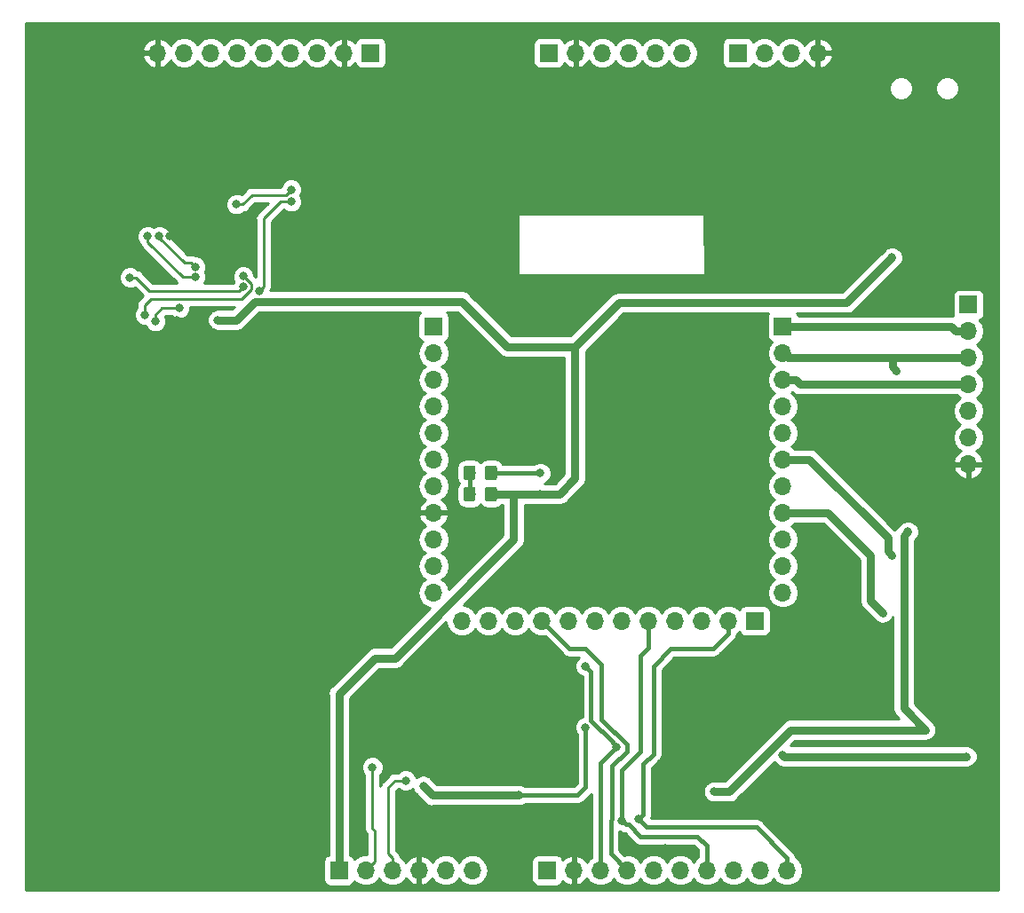
<source format=gbr>
G04 #@! TF.GenerationSoftware,KiCad,Pcbnew,(5.0.0)*
G04 #@! TF.CreationDate,2019-11-03T00:35:12+02:00*
G04 #@! TF.ProjectId,WatchBorad,5761746368426F7261642E6B69636164,rev?*
G04 #@! TF.SameCoordinates,Original*
G04 #@! TF.FileFunction,Copper,L2,Bot,Signal*
G04 #@! TF.FilePolarity,Positive*
%FSLAX46Y46*%
G04 Gerber Fmt 4.6, Leading zero omitted, Abs format (unit mm)*
G04 Created by KiCad (PCBNEW (5.0.0)) date 11/03/19 00:35:12*
%MOMM*%
%LPD*%
G01*
G04 APERTURE LIST*
G04 #@! TA.AperFunction,ComponentPad*
%ADD10R,1.700000X1.700000*%
G04 #@! TD*
G04 #@! TA.AperFunction,ComponentPad*
%ADD11O,1.700000X1.700000*%
G04 #@! TD*
G04 #@! TA.AperFunction,Conductor*
%ADD12C,0.100000*%
G04 #@! TD*
G04 #@! TA.AperFunction,SMDPad,CuDef*
%ADD13C,1.150000*%
G04 #@! TD*
G04 #@! TA.AperFunction,ViaPad*
%ADD14C,0.800000*%
G04 #@! TD*
G04 #@! TA.AperFunction,Conductor*
%ADD15C,0.250000*%
G04 #@! TD*
G04 #@! TA.AperFunction,Conductor*
%ADD16C,0.800000*%
G04 #@! TD*
G04 #@! TA.AperFunction,Conductor*
%ADD17C,0.400000*%
G04 #@! TD*
G04 #@! TA.AperFunction,Conductor*
%ADD18C,0.254000*%
G04 #@! TD*
G04 APERTURE END LIST*
D10*
G04 #@! TO.P,J10,1*
G04 #@! TO.N,+3V3*
X132000001Y-93011001D03*
D11*
G04 #@! TO.P,J10,2*
G04 #@! TO.N,/HEART_SCL*
X132000001Y-95551001D03*
G04 #@! TO.P,J10,3*
G04 #@! TO.N,/HEART_SDA*
X132000001Y-98091001D03*
G04 #@! TO.P,J10,4*
G04 #@! TO.N,/HEART_INT*
X132000001Y-100631001D03*
G04 #@! TO.P,J10,5*
G04 #@! TO.N,/HEART_IRD*
X132000001Y-103171001D03*
G04 #@! TO.P,J10,6*
G04 #@! TO.N,/HEART_RD*
X132000001Y-105711001D03*
G04 #@! TO.P,J10,7*
G04 #@! TO.N,GND*
X132000001Y-108251001D03*
G04 #@! TD*
D12*
G04 #@! TO.N,Net-(L2-Pad2)*
G04 #@! TO.C,L2*
G36*
X86836505Y-108363204D02*
X86860773Y-108366804D01*
X86884572Y-108372765D01*
X86907671Y-108381030D01*
X86929850Y-108391520D01*
X86950893Y-108404132D01*
X86970599Y-108418747D01*
X86988777Y-108435223D01*
X87005253Y-108453401D01*
X87019868Y-108473107D01*
X87032480Y-108494150D01*
X87042970Y-108516329D01*
X87051235Y-108539428D01*
X87057196Y-108563227D01*
X87060796Y-108587495D01*
X87062000Y-108611999D01*
X87062000Y-109512001D01*
X87060796Y-109536505D01*
X87057196Y-109560773D01*
X87051235Y-109584572D01*
X87042970Y-109607671D01*
X87032480Y-109629850D01*
X87019868Y-109650893D01*
X87005253Y-109670599D01*
X86988777Y-109688777D01*
X86970599Y-109705253D01*
X86950893Y-109719868D01*
X86929850Y-109732480D01*
X86907671Y-109742970D01*
X86884572Y-109751235D01*
X86860773Y-109757196D01*
X86836505Y-109760796D01*
X86812001Y-109762000D01*
X86161999Y-109762000D01*
X86137495Y-109760796D01*
X86113227Y-109757196D01*
X86089428Y-109751235D01*
X86066329Y-109742970D01*
X86044150Y-109732480D01*
X86023107Y-109719868D01*
X86003401Y-109705253D01*
X85985223Y-109688777D01*
X85968747Y-109670599D01*
X85954132Y-109650893D01*
X85941520Y-109629850D01*
X85931030Y-109607671D01*
X85922765Y-109584572D01*
X85916804Y-109560773D01*
X85913204Y-109536505D01*
X85912000Y-109512001D01*
X85912000Y-108611999D01*
X85913204Y-108587495D01*
X85916804Y-108563227D01*
X85922765Y-108539428D01*
X85931030Y-108516329D01*
X85941520Y-108494150D01*
X85954132Y-108473107D01*
X85968747Y-108453401D01*
X85985223Y-108435223D01*
X86003401Y-108418747D01*
X86023107Y-108404132D01*
X86044150Y-108391520D01*
X86066329Y-108381030D01*
X86089428Y-108372765D01*
X86113227Y-108366804D01*
X86137495Y-108363204D01*
X86161999Y-108362000D01*
X86812001Y-108362000D01*
X86836505Y-108363204D01*
X86836505Y-108363204D01*
G37*
D13*
G04 #@! TD*
G04 #@! TO.P,L2,2*
G04 #@! TO.N,Net-(L2-Pad2)*
X86487000Y-109062000D03*
D12*
G04 #@! TO.N,Net-(L1-Pad2)*
G04 #@! TO.C,L2*
G36*
X84786505Y-108363204D02*
X84810773Y-108366804D01*
X84834572Y-108372765D01*
X84857671Y-108381030D01*
X84879850Y-108391520D01*
X84900893Y-108404132D01*
X84920599Y-108418747D01*
X84938777Y-108435223D01*
X84955253Y-108453401D01*
X84969868Y-108473107D01*
X84982480Y-108494150D01*
X84992970Y-108516329D01*
X85001235Y-108539428D01*
X85007196Y-108563227D01*
X85010796Y-108587495D01*
X85012000Y-108611999D01*
X85012000Y-109512001D01*
X85010796Y-109536505D01*
X85007196Y-109560773D01*
X85001235Y-109584572D01*
X84992970Y-109607671D01*
X84982480Y-109629850D01*
X84969868Y-109650893D01*
X84955253Y-109670599D01*
X84938777Y-109688777D01*
X84920599Y-109705253D01*
X84900893Y-109719868D01*
X84879850Y-109732480D01*
X84857671Y-109742970D01*
X84834572Y-109751235D01*
X84810773Y-109757196D01*
X84786505Y-109760796D01*
X84762001Y-109762000D01*
X84111999Y-109762000D01*
X84087495Y-109760796D01*
X84063227Y-109757196D01*
X84039428Y-109751235D01*
X84016329Y-109742970D01*
X83994150Y-109732480D01*
X83973107Y-109719868D01*
X83953401Y-109705253D01*
X83935223Y-109688777D01*
X83918747Y-109670599D01*
X83904132Y-109650893D01*
X83891520Y-109629850D01*
X83881030Y-109607671D01*
X83872765Y-109584572D01*
X83866804Y-109560773D01*
X83863204Y-109536505D01*
X83862000Y-109512001D01*
X83862000Y-108611999D01*
X83863204Y-108587495D01*
X83866804Y-108563227D01*
X83872765Y-108539428D01*
X83881030Y-108516329D01*
X83891520Y-108494150D01*
X83904132Y-108473107D01*
X83918747Y-108453401D01*
X83935223Y-108435223D01*
X83953401Y-108418747D01*
X83973107Y-108404132D01*
X83994150Y-108391520D01*
X84016329Y-108381030D01*
X84039428Y-108372765D01*
X84063227Y-108366804D01*
X84087495Y-108363204D01*
X84111999Y-108362000D01*
X84762001Y-108362000D01*
X84786505Y-108363204D01*
X84786505Y-108363204D01*
G37*
D13*
G04 #@! TD*
G04 #@! TO.P,L2,1*
G04 #@! TO.N,Net-(L1-Pad2)*
X84437000Y-109062000D03*
D12*
G04 #@! TO.N,+3V3*
G04 #@! TO.C,L1*
G36*
X86836505Y-110395204D02*
X86860773Y-110398804D01*
X86884572Y-110404765D01*
X86907671Y-110413030D01*
X86929850Y-110423520D01*
X86950893Y-110436132D01*
X86970599Y-110450747D01*
X86988777Y-110467223D01*
X87005253Y-110485401D01*
X87019868Y-110505107D01*
X87032480Y-110526150D01*
X87042970Y-110548329D01*
X87051235Y-110571428D01*
X87057196Y-110595227D01*
X87060796Y-110619495D01*
X87062000Y-110643999D01*
X87062000Y-111544001D01*
X87060796Y-111568505D01*
X87057196Y-111592773D01*
X87051235Y-111616572D01*
X87042970Y-111639671D01*
X87032480Y-111661850D01*
X87019868Y-111682893D01*
X87005253Y-111702599D01*
X86988777Y-111720777D01*
X86970599Y-111737253D01*
X86950893Y-111751868D01*
X86929850Y-111764480D01*
X86907671Y-111774970D01*
X86884572Y-111783235D01*
X86860773Y-111789196D01*
X86836505Y-111792796D01*
X86812001Y-111794000D01*
X86161999Y-111794000D01*
X86137495Y-111792796D01*
X86113227Y-111789196D01*
X86089428Y-111783235D01*
X86066329Y-111774970D01*
X86044150Y-111764480D01*
X86023107Y-111751868D01*
X86003401Y-111737253D01*
X85985223Y-111720777D01*
X85968747Y-111702599D01*
X85954132Y-111682893D01*
X85941520Y-111661850D01*
X85931030Y-111639671D01*
X85922765Y-111616572D01*
X85916804Y-111592773D01*
X85913204Y-111568505D01*
X85912000Y-111544001D01*
X85912000Y-110643999D01*
X85913204Y-110619495D01*
X85916804Y-110595227D01*
X85922765Y-110571428D01*
X85931030Y-110548329D01*
X85941520Y-110526150D01*
X85954132Y-110505107D01*
X85968747Y-110485401D01*
X85985223Y-110467223D01*
X86003401Y-110450747D01*
X86023107Y-110436132D01*
X86044150Y-110423520D01*
X86066329Y-110413030D01*
X86089428Y-110404765D01*
X86113227Y-110398804D01*
X86137495Y-110395204D01*
X86161999Y-110394000D01*
X86812001Y-110394000D01*
X86836505Y-110395204D01*
X86836505Y-110395204D01*
G37*
D13*
G04 #@! TD*
G04 #@! TO.P,L1,1*
G04 #@! TO.N,+3V3*
X86487000Y-111094000D03*
D12*
G04 #@! TO.N,Net-(L1-Pad2)*
G04 #@! TO.C,L1*
G36*
X84786505Y-110395204D02*
X84810773Y-110398804D01*
X84834572Y-110404765D01*
X84857671Y-110413030D01*
X84879850Y-110423520D01*
X84900893Y-110436132D01*
X84920599Y-110450747D01*
X84938777Y-110467223D01*
X84955253Y-110485401D01*
X84969868Y-110505107D01*
X84982480Y-110526150D01*
X84992970Y-110548329D01*
X85001235Y-110571428D01*
X85007196Y-110595227D01*
X85010796Y-110619495D01*
X85012000Y-110643999D01*
X85012000Y-111544001D01*
X85010796Y-111568505D01*
X85007196Y-111592773D01*
X85001235Y-111616572D01*
X84992970Y-111639671D01*
X84982480Y-111661850D01*
X84969868Y-111682893D01*
X84955253Y-111702599D01*
X84938777Y-111720777D01*
X84920599Y-111737253D01*
X84900893Y-111751868D01*
X84879850Y-111764480D01*
X84857671Y-111774970D01*
X84834572Y-111783235D01*
X84810773Y-111789196D01*
X84786505Y-111792796D01*
X84762001Y-111794000D01*
X84111999Y-111794000D01*
X84087495Y-111792796D01*
X84063227Y-111789196D01*
X84039428Y-111783235D01*
X84016329Y-111774970D01*
X83994150Y-111764480D01*
X83973107Y-111751868D01*
X83953401Y-111737253D01*
X83935223Y-111720777D01*
X83918747Y-111702599D01*
X83904132Y-111682893D01*
X83891520Y-111661850D01*
X83881030Y-111639671D01*
X83872765Y-111616572D01*
X83866804Y-111592773D01*
X83863204Y-111568505D01*
X83862000Y-111544001D01*
X83862000Y-110643999D01*
X83863204Y-110619495D01*
X83866804Y-110595227D01*
X83872765Y-110571428D01*
X83881030Y-110548329D01*
X83891520Y-110526150D01*
X83904132Y-110505107D01*
X83918747Y-110485401D01*
X83935223Y-110467223D01*
X83953401Y-110450747D01*
X83973107Y-110436132D01*
X83994150Y-110423520D01*
X84016329Y-110413030D01*
X84039428Y-110404765D01*
X84063227Y-110398804D01*
X84087495Y-110395204D01*
X84111999Y-110394000D01*
X84762001Y-110394000D01*
X84786505Y-110395204D01*
X84786505Y-110395204D01*
G37*
D13*
G04 #@! TD*
G04 #@! TO.P,L1,2*
G04 #@! TO.N,Net-(L1-Pad2)*
X84437000Y-111094000D03*
D10*
G04 #@! TO.P,J9,1*
G04 #@! TO.N,/P_15*
X111633000Y-123190000D03*
D11*
G04 #@! TO.P,J9,2*
G04 #@! TO.N,/MPU_SYNC*
X109093000Y-123190000D03*
G04 #@! TO.P,J9,3*
G04 #@! TO.N,/BRD_LED_P13*
X106553000Y-123190000D03*
G04 #@! TO.P,J9,4*
G04 #@! TO.N,/MPU_INT*
X104013000Y-123190000D03*
G04 #@! TO.P,J9,5*
G04 #@! TO.N,/MPU_ADO*
X101473000Y-123190000D03*
G04 #@! TO.P,J9,6*
G04 #@! TO.N,/P_10*
X98933000Y-123190000D03*
G04 #@! TO.P,J9,7*
G04 #@! TO.N,/P_09*
X96393000Y-123190000D03*
G04 #@! TO.P,J9,8*
G04 #@! TO.N,/MPU_SCLK*
X93853000Y-123190000D03*
G04 #@! TO.P,J9,9*
G04 #@! TO.N,/MPU_SDA*
X91313000Y-123190000D03*
G04 #@! TO.P,J9,10*
G04 #@! TO.N,/FLASH_MOSI*
X88773000Y-123190000D03*
G04 #@! TO.P,J9,11*
G04 #@! TO.N,/FLASH_SCK*
X86233000Y-123190000D03*
G04 #@! TO.P,J9,12*
G04 #@! TO.N,/FLASH_MISO*
X83693000Y-123190000D03*
G04 #@! TD*
D10*
G04 #@! TO.P,J8,1*
G04 #@! TO.N,/HEART_SCL*
X114300000Y-95100000D03*
D11*
G04 #@! TO.P,J8,2*
G04 #@! TO.N,/HEART_SDA*
X114300000Y-97640000D03*
G04 #@! TO.P,J8,3*
G04 #@! TO.N,/HEART_INT*
X114300000Y-100180000D03*
G04 #@! TO.P,J8,4*
G04 #@! TO.N,/SWD_SWDIO*
X114300000Y-102720000D03*
G04 #@! TO.P,J8,5*
G04 #@! TO.N,/SWD_SWDCLK*
X114300000Y-105260000D03*
G04 #@! TO.P,J8,6*
G04 #@! TO.N,/SWD_RESET*
X114300000Y-107800000D03*
G04 #@! TO.P,J8,7*
G04 #@! TO.N,/DFU*
X114300000Y-110340000D03*
G04 #@! TO.P,J8,8*
G04 #@! TO.N,/P_19*
X114300000Y-112880000D03*
G04 #@! TO.P,J8,9*
G04 #@! TO.N,/SWD_SWO*
X114300000Y-115420000D03*
G04 #@! TO.P,J8,10*
G04 #@! TO.N,/P_17*
X114300000Y-117960000D03*
G04 #@! TO.P,J8,11*
G04 #@! TO.N,/P_16*
X114300000Y-120500000D03*
G04 #@! TD*
D10*
G04 #@! TO.P,J7,1*
G04 #@! TO.N,/P_25*
X81000000Y-95100000D03*
D11*
G04 #@! TO.P,J7,2*
G04 #@! TO.N,/DISP_RS*
X81000000Y-97640000D03*
G04 #@! TO.P,J7,3*
G04 #@! TO.N,/DISP_SDA*
X81000000Y-100180000D03*
G04 #@! TO.P,J7,4*
G04 #@! TO.N,/DISP_SCLK*
X81000000Y-102720000D03*
G04 #@! TO.P,J7,5*
G04 #@! TO.N,/DISP_FMARK*
X81000000Y-105260000D03*
G04 #@! TO.P,J7,6*
G04 #@! TO.N,/DISP_CS*
X81000000Y-107800000D03*
G04 #@! TO.P,J7,7*
G04 #@! TO.N,/DISP_RESET*
X81000000Y-110340000D03*
G04 #@! TO.P,J7,8*
G04 #@! TO.N,GND*
X81000000Y-112880000D03*
G04 #@! TO.P,J7,9*
G04 #@! TO.N,Net-(J7-Pad9)*
X81000000Y-115420000D03*
G04 #@! TO.P,J7,10*
G04 #@! TO.N,/P_02*
X81000000Y-117960000D03*
G04 #@! TO.P,J7,11*
G04 #@! TO.N,/FLASH_CS*
X81000000Y-120500000D03*
G04 #@! TD*
G04 #@! TO.P,J6,4*
G04 #@! TO.N,GND*
X117620000Y-69000000D03*
G04 #@! TO.P,J6,3*
G04 #@! TO.N,/UART1_RX*
X115080000Y-69000000D03*
G04 #@! TO.P,J6,2*
G04 #@! TO.N,/UART1_TX*
X112540000Y-69000000D03*
D10*
G04 #@! TO.P,J6,1*
G04 #@! TO.N,+3V3*
X110000000Y-69000000D03*
G04 #@! TD*
D11*
G04 #@! TO.P,J5,6*
G04 #@! TO.N,/FLASH_MOSI*
X84700000Y-147000000D03*
G04 #@! TO.P,J5,5*
G04 #@! TO.N,/FLASH_SCK*
X82160000Y-147000000D03*
G04 #@! TO.P,J5,4*
G04 #@! TO.N,GND*
X79620000Y-147000000D03*
G04 #@! TO.P,J5,3*
G04 #@! TO.N,/FLASH_MISO*
X77080000Y-147000000D03*
G04 #@! TO.P,J5,2*
G04 #@! TO.N,/FLASH_CS*
X74540000Y-147000000D03*
D10*
G04 #@! TO.P,J5,1*
G04 #@! TO.N,+3V3*
X72000000Y-147000000D03*
G04 #@! TD*
D11*
G04 #@! TO.P,J4,10*
G04 #@! TO.N,/MPU_SYNC*
X114700000Y-147000000D03*
G04 #@! TO.P,J4,9*
G04 #@! TO.N,Net-(J4-Pad9)*
X112160000Y-147000000D03*
G04 #@! TO.P,J4,8*
G04 #@! TO.N,/MPU_INT*
X109620000Y-147000000D03*
G04 #@! TO.P,J4,7*
G04 #@! TO.N,/MPU_ADO*
X107080000Y-147000000D03*
G04 #@! TO.P,J4,6*
G04 #@! TO.N,Net-(J4-Pad6)*
X104540000Y-147000000D03*
G04 #@! TO.P,J4,5*
G04 #@! TO.N,Net-(J4-Pad5)*
X102000000Y-147000000D03*
G04 #@! TO.P,J4,4*
G04 #@! TO.N,/MPU_SDA*
X99460000Y-147000000D03*
G04 #@! TO.P,J4,3*
G04 #@! TO.N,/MPU_SCLK*
X96920000Y-147000000D03*
G04 #@! TO.P,J4,2*
G04 #@! TO.N,GND*
X94380000Y-147000000D03*
D10*
G04 #@! TO.P,J4,1*
G04 #@! TO.N,+3V3*
X91840000Y-147000000D03*
G04 #@! TD*
G04 #@! TO.P,J1,1*
G04 #@! TO.N,+3V3*
X92000000Y-69000000D03*
D11*
G04 #@! TO.P,J1,2*
G04 #@! TO.N,GND*
X94540000Y-69000000D03*
G04 #@! TO.P,J1,3*
G04 #@! TO.N,/SWD_SWDIO*
X97080000Y-69000000D03*
G04 #@! TO.P,J1,4*
G04 #@! TO.N,/SWD_SWDCLK*
X99620000Y-69000000D03*
G04 #@! TO.P,J1,5*
G04 #@! TO.N,/SWD_RESET*
X102160000Y-69000000D03*
G04 #@! TO.P,J1,6*
G04 #@! TO.N,/SWD_SWO*
X104700000Y-69000000D03*
G04 #@! TD*
D10*
G04 #@! TO.P,J2,1*
G04 #@! TO.N,+3V3*
X75000000Y-69000000D03*
D11*
G04 #@! TO.P,J2,2*
G04 #@! TO.N,GND*
X72460000Y-69000000D03*
G04 #@! TO.P,J2,3*
G04 #@! TO.N,/DISP_RS*
X69920000Y-69000000D03*
G04 #@! TO.P,J2,4*
G04 #@! TO.N,/DISP_SDA*
X67380000Y-69000000D03*
G04 #@! TO.P,J2,5*
G04 #@! TO.N,/DISP_SCLK*
X64840000Y-69000000D03*
G04 #@! TO.P,J2,6*
G04 #@! TO.N,/DISP_FMARK*
X62300000Y-69000000D03*
G04 #@! TO.P,J2,7*
G04 #@! TO.N,/DISP_CS*
X59760000Y-69000000D03*
G04 #@! TO.P,J2,8*
G04 #@! TO.N,/DISP_RESET*
X57220000Y-69000000D03*
G04 #@! TO.P,J2,9*
G04 #@! TO.N,GND*
X54680000Y-69000000D03*
G04 #@! TD*
D14*
G04 #@! TO.N,/FLASH_CS*
X75184000Y-137160000D03*
G04 #@! TO.N,/FLASH_MISO*
X78359000Y-138430000D03*
G04 #@! TO.N,+3V3*
X89154000Y-139827000D03*
X80027000Y-138938000D03*
X124714000Y-88519000D03*
X91186000Y-111094000D03*
X95504000Y-133350000D03*
X107746800Y-139496800D03*
X126238000Y-114681000D03*
X127889000Y-133604000D03*
X60452000Y-94488000D03*
G04 #@! TO.N,GND*
X74000000Y-143000000D03*
X103073200Y-144881600D03*
X106019600Y-135229600D03*
X127254000Y-130683000D03*
X124968000Y-140462000D03*
X58801000Y-83820000D03*
X48057000Y-76469000D03*
X47549000Y-78247000D03*
X48057000Y-83962000D03*
X50470000Y-77993000D03*
X75311000Y-78486000D03*
X92710000Y-136144000D03*
X67437000Y-84963000D03*
X52324000Y-94615000D03*
X56505224Y-94492953D03*
X55854001Y-86491550D03*
G04 #@! TO.N,+1V8*
X62230000Y-83439000D03*
X67437000Y-82042000D03*
G04 #@! TO.N,/RESET_1.8*
X52070000Y-90424000D03*
X62865000Y-91313000D03*
G04 #@! TO.N,/CS_1.8*
X62865000Y-90297000D03*
X53467000Y-93980000D03*
G04 #@! TO.N,/FMARK_1.8*
X56769000Y-93345000D03*
X54483000Y-94615000D03*
G04 #@! TO.N,/SCLK_1.8*
X58267823Y-90397692D03*
X53746987Y-86487000D03*
G04 #@! TO.N,/SDA_1.8*
X58293000Y-89408000D03*
X54864000Y-86487000D03*
G04 #@! TO.N,Net-(IC1-Pad10)*
X64389000Y-91694000D03*
X67437000Y-83185000D03*
G04 #@! TO.N,/SWD_RESET*
X124714000Y-116967000D03*
G04 #@! TO.N,/MPU_SCLK*
X95504000Y-127508000D03*
X98466527Y-135209705D03*
G04 #@! TO.N,/MPU_SYNC*
X100584000Y-142113000D03*
G04 #@! TO.N,/MPU_ADO*
X98933000Y-142240000D03*
G04 #@! TO.N,/P_19*
X123825000Y-122428000D03*
G04 #@! TO.N,/P_15*
X131826000Y-136144000D03*
X114300000Y-136017000D03*
G04 #@! TO.N,Net-(L2-Pad2)*
X91186000Y-109093000D03*
G04 #@! TO.N,/HEART_SDA*
X125142500Y-99314000D03*
G04 #@! TD*
D15*
G04 #@! TO.N,/FLASH_CS*
X75389999Y-146150001D02*
X75389999Y-143207999D01*
X74540000Y-147000000D02*
X75389999Y-146150001D01*
X75184000Y-143002000D02*
X75184000Y-142113000D01*
X75389999Y-143207999D02*
X75184000Y-143002000D01*
X75184000Y-142367000D02*
X75184000Y-142113000D01*
X75184000Y-142113000D02*
X75184000Y-137160000D01*
G04 #@! TO.N,/FLASH_MISO*
X77343000Y-138430000D02*
X78359000Y-138430000D01*
X76708000Y-139065000D02*
X77343000Y-138430000D01*
X76708000Y-145425919D02*
X76708000Y-139065000D01*
X77080000Y-147000000D02*
X77080000Y-145797919D01*
X77080000Y-145797919D02*
X76708000Y-145425919D01*
D16*
G04 #@! TO.N,+3V3*
X80027000Y-138955000D02*
X80027000Y-138938000D01*
X80899000Y-139827000D02*
X80027000Y-138955000D01*
X94488000Y-109601000D02*
X92995000Y-111094000D01*
X94488000Y-97028000D02*
X94488000Y-109601000D01*
X92995000Y-111094000D02*
X91186000Y-111094000D01*
X91186000Y-111094000D02*
X88646000Y-111094000D01*
X88646000Y-111094000D02*
X86487000Y-111094000D01*
D17*
X88646000Y-139827000D02*
X94742000Y-139827000D01*
D16*
X89154000Y-139827000D02*
X88646000Y-139827000D01*
X88646000Y-139827000D02*
X80899000Y-139827000D01*
D17*
X95504000Y-139065000D02*
X95504000Y-133350000D01*
X94742000Y-139827000D02*
X95504000Y-139065000D01*
D16*
X125838001Y-115080999D02*
X125838001Y-131553001D01*
X126238000Y-114681000D02*
X125838001Y-115080999D01*
X125838001Y-131553001D02*
X127889000Y-133604000D01*
X127323315Y-133604000D02*
X127889000Y-133604000D01*
X115062000Y-133604000D02*
X127323315Y-133604000D01*
X107746800Y-139496800D02*
X109169200Y-139496800D01*
X109169200Y-139496800D02*
X115062000Y-133604000D01*
X98679000Y-92837000D02*
X94488000Y-97028000D01*
X124714000Y-88519000D02*
X120396000Y-92837000D01*
X120396000Y-92837000D02*
X98679000Y-92837000D01*
X88646000Y-113157000D02*
X88646000Y-111094000D01*
X88646000Y-115443000D02*
X88646000Y-113157000D01*
X77343000Y-126746000D02*
X88646000Y-115443000D01*
X75438000Y-126746000D02*
X77343000Y-126746000D01*
X72000000Y-147000000D02*
X72000000Y-130184000D01*
X72000000Y-130184000D02*
X75438000Y-126746000D01*
X62197194Y-94488000D02*
X63975194Y-92710000D01*
X60452000Y-94488000D02*
X62197194Y-94488000D01*
X63975194Y-92710000D02*
X83693000Y-92710000D01*
X83693000Y-92710000D02*
X88011000Y-97028000D01*
X88011000Y-97028000D02*
X94488000Y-97028000D01*
D15*
G04 #@! TO.N,+1V8*
X62795685Y-83439000D02*
X63684685Y-82550000D01*
X62230000Y-83439000D02*
X62795685Y-83439000D01*
X63684685Y-82550000D02*
X66929000Y-82550000D01*
X66929000Y-82550000D02*
X67437000Y-82042000D01*
G04 #@! TO.N,/RESET_1.8*
X52635685Y-90424000D02*
X53905685Y-91694000D01*
X52070000Y-90424000D02*
X52635685Y-90424000D01*
X53905685Y-91694000D02*
X62484000Y-91694000D01*
X62484000Y-91694000D02*
X62865000Y-91313000D01*
G04 #@! TO.N,/CS_1.8*
X53467000Y-93091000D02*
X53467000Y-93980000D01*
X54102000Y-92456000D02*
X53467000Y-93091000D01*
X62738000Y-92456000D02*
X54102000Y-92456000D01*
X63627000Y-91567000D02*
X62738000Y-92456000D01*
X62865000Y-90297000D02*
X63627000Y-91059000D01*
X63627000Y-91059000D02*
X63627000Y-91567000D01*
G04 #@! TO.N,/FMARK_1.8*
X56769000Y-93345000D02*
X55118000Y-93345000D01*
X55118000Y-93345000D02*
X54483000Y-93980000D01*
X54483000Y-93980000D02*
X54483000Y-94615000D01*
G04 #@! TO.N,/SCLK_1.8*
X58267823Y-90397692D02*
X57091994Y-90397692D01*
X57091994Y-90397692D02*
X53746987Y-87052685D01*
X53746987Y-87052685D02*
X53746987Y-86487000D01*
G04 #@! TO.N,/SDA_1.8*
X57893001Y-89008001D02*
X57258001Y-89008001D01*
X58293000Y-89408000D02*
X57893001Y-89008001D01*
X54864000Y-86614000D02*
X54864000Y-86487000D01*
X57258001Y-89008001D02*
X54864000Y-86614000D01*
G04 #@! TO.N,Net-(IC1-Pad10)*
X64788999Y-91294001D02*
X64788999Y-84817001D01*
X64389000Y-91694000D02*
X64788999Y-91294001D01*
X64788999Y-84817001D02*
X66421000Y-83185000D01*
X66421000Y-83185000D02*
X67437000Y-83185000D01*
D16*
G04 #@! TO.N,/SWD_RESET*
X124314001Y-116567001D02*
X124714000Y-116967000D01*
X124314001Y-115297001D02*
X124314001Y-116567001D01*
X114300000Y-107800000D02*
X116817000Y-107800000D01*
X116817000Y-107800000D02*
X124314001Y-115297001D01*
D17*
G04 #@! TO.N,/MPU_SCLK*
X96920000Y-145797919D02*
X96901000Y-145778919D01*
X96920000Y-147000000D02*
X96920000Y-145797919D01*
X96901000Y-145778919D02*
X96901000Y-136779000D01*
X96901000Y-136779000D02*
X97917000Y-135763000D01*
X97917000Y-135763000D02*
X97917000Y-135759232D01*
X98066528Y-134769528D02*
X96012000Y-132715000D01*
X96012000Y-132715000D02*
X96012000Y-128016000D01*
X96012000Y-128016000D02*
X95504000Y-127508000D01*
X98066528Y-134809706D02*
X98066528Y-134769528D01*
X98466527Y-135209705D02*
X98066528Y-134809706D01*
X97917000Y-135759232D02*
X98466527Y-135209705D01*
G04 #@! TO.N,/MPU_SDA*
X99441000Y-135636000D02*
X99441000Y-135001000D01*
X93980000Y-125857000D02*
X92162999Y-124039999D01*
X97888999Y-145428999D02*
X97888999Y-142241799D01*
X98044000Y-142086798D02*
X98044000Y-137033000D01*
X97028000Y-127381000D02*
X95504000Y-125857000D01*
X97888999Y-142241799D02*
X98044000Y-142086798D01*
X99441000Y-135001000D02*
X97028000Y-132588000D01*
X97028000Y-132588000D02*
X97028000Y-127381000D01*
X98044000Y-137033000D02*
X99441000Y-135636000D01*
X99460000Y-147000000D02*
X97888999Y-145428999D01*
X95504000Y-125857000D02*
X93980000Y-125857000D01*
X92162999Y-124039999D02*
X91313000Y-123190000D01*
G04 #@! TO.N,/MPU_SYNC*
X114700000Y-145797919D02*
X111777081Y-142875000D01*
X114700000Y-147000000D02*
X114700000Y-145797919D01*
X101346000Y-142875000D02*
X100584000Y-142113000D01*
X111777081Y-142875000D02*
X101346000Y-142875000D01*
X100983999Y-141713001D02*
X100983999Y-136887001D01*
X100584000Y-142113000D02*
X100983999Y-141713001D01*
X100983999Y-136887001D02*
X101981000Y-135890000D01*
X101981000Y-135890000D02*
X101981000Y-127508000D01*
X101981000Y-127508000D02*
X103632000Y-125857000D01*
X107628081Y-125857000D02*
X106807000Y-125857000D01*
X109093000Y-124392081D02*
X107628081Y-125857000D01*
X109093000Y-123190000D02*
X109093000Y-124392081D01*
X103632000Y-125857000D02*
X106807000Y-125857000D01*
X106807000Y-125857000D02*
X107569000Y-125857000D01*
G04 #@! TO.N,/MPU_ADO*
X99332999Y-142639999D02*
X99586999Y-142639999D01*
X98933000Y-142240000D02*
X99332999Y-142639999D01*
X99586999Y-142639999D02*
X100711000Y-143764000D01*
X100711000Y-143764000D02*
X106172000Y-143764000D01*
X107080000Y-144672000D02*
X107080000Y-147000000D01*
X106172000Y-143764000D02*
X107080000Y-144672000D01*
X98933000Y-142240000D02*
X98933000Y-137414000D01*
X98933000Y-137414000D02*
X100711000Y-135636000D01*
X100711000Y-135636000D02*
X100711000Y-126492000D01*
X101473000Y-125730000D02*
X101473000Y-123190000D01*
X100711000Y-126492000D02*
X101473000Y-125730000D01*
D16*
G04 #@! TO.N,/P_19*
X122682000Y-121285000D02*
X123825000Y-122428000D01*
X122682000Y-116967000D02*
X122682000Y-121285000D01*
X118618000Y-112903000D02*
X122682000Y-116967000D01*
X114300000Y-112880000D02*
X114323000Y-112903000D01*
X114323000Y-112903000D02*
X118618000Y-112903000D01*
D17*
G04 #@! TO.N,/P_15*
X111633000Y-123190000D02*
X111633000Y-122555000D01*
D16*
X131826000Y-136144000D02*
X114427000Y-136144000D01*
X114427000Y-136144000D02*
X114300000Y-136017000D01*
D17*
G04 #@! TO.N,Net-(L2-Pad2)*
X86518000Y-109093000D02*
X86487000Y-109062000D01*
X91186000Y-109093000D02*
X86518000Y-109093000D01*
G04 #@! TO.N,Net-(L1-Pad2)*
X84437000Y-109062000D02*
X84437000Y-111094000D01*
D16*
G04 #@! TO.N,/HEART_SCL*
X130346919Y-95100000D02*
X114300000Y-95100000D01*
X132000001Y-95551001D02*
X130797920Y-95551001D01*
X130797920Y-95551001D02*
X130346919Y-95100000D01*
G04 #@! TO.N,/HEART_SDA*
X114751001Y-98091001D02*
X114300000Y-97640000D01*
X124742501Y-98246502D02*
X124587000Y-98091001D01*
X124742501Y-98914001D02*
X124742501Y-98246502D01*
X125142500Y-99314000D02*
X124742501Y-98914001D01*
X132000001Y-98091001D02*
X124587000Y-98091001D01*
X124587000Y-98091001D02*
X114751001Y-98091001D01*
G04 #@! TO.N,/HEART_INT*
X130797920Y-100631001D02*
X132000001Y-100631001D01*
X115953082Y-100631001D02*
X130797920Y-100631001D01*
X115502081Y-100180000D02*
X115953082Y-100631001D01*
X114300000Y-100180000D02*
X115502081Y-100180000D01*
G04 #@! TD*
D18*
G04 #@! TO.N,GND*
G36*
X134873000Y-148873000D02*
X42127000Y-148873000D01*
X42127000Y-90218126D01*
X51035000Y-90218126D01*
X51035000Y-90629874D01*
X51192569Y-91010280D01*
X51483720Y-91301431D01*
X51864126Y-91459000D01*
X52275874Y-91459000D01*
X52502155Y-91365271D01*
X53310041Y-92173158D01*
X52982530Y-92500669D01*
X52919071Y-92543071D01*
X52751096Y-92794464D01*
X52707000Y-93016149D01*
X52707000Y-93016153D01*
X52692112Y-93091000D01*
X52707000Y-93165848D01*
X52707000Y-93276289D01*
X52589569Y-93393720D01*
X52432000Y-93774126D01*
X52432000Y-94185874D01*
X52589569Y-94566280D01*
X52880720Y-94857431D01*
X53261126Y-95015000D01*
X53528409Y-95015000D01*
X53605569Y-95201280D01*
X53896720Y-95492431D01*
X54277126Y-95650000D01*
X54688874Y-95650000D01*
X55069280Y-95492431D01*
X55360431Y-95201280D01*
X55518000Y-94820874D01*
X55518000Y-94409126D01*
X55403970Y-94133832D01*
X55432802Y-94105000D01*
X56065289Y-94105000D01*
X56182720Y-94222431D01*
X56563126Y-94380000D01*
X56974874Y-94380000D01*
X57355280Y-94222431D01*
X57646431Y-93931280D01*
X57804000Y-93550874D01*
X57804000Y-93216000D01*
X62005484Y-93216000D01*
X61768484Y-93453000D01*
X60246126Y-93453000D01*
X60150099Y-93492776D01*
X60048163Y-93513052D01*
X59961747Y-93570793D01*
X59865720Y-93610569D01*
X59792224Y-93684065D01*
X59705807Y-93741807D01*
X59648065Y-93828224D01*
X59574569Y-93901720D01*
X59534793Y-93997747D01*
X59477052Y-94084163D01*
X59456776Y-94186098D01*
X59417000Y-94282126D01*
X59417000Y-94386065D01*
X59396724Y-94488000D01*
X59417000Y-94589935D01*
X59417000Y-94693874D01*
X59456776Y-94789902D01*
X59477052Y-94891837D01*
X59534793Y-94978253D01*
X59574569Y-95074280D01*
X59648065Y-95147776D01*
X59705807Y-95234193D01*
X59792223Y-95291934D01*
X59865720Y-95365431D01*
X59961747Y-95405207D01*
X60048163Y-95462948D01*
X60150099Y-95483224D01*
X60246126Y-95523000D01*
X62095260Y-95523000D01*
X62197194Y-95543276D01*
X62299128Y-95523000D01*
X62299129Y-95523000D01*
X62601031Y-95462948D01*
X62943387Y-95234193D01*
X63001131Y-95147773D01*
X64403905Y-93745000D01*
X79762817Y-93745000D01*
X79692191Y-93792191D01*
X79551843Y-94002235D01*
X79502560Y-94250000D01*
X79502560Y-95950000D01*
X79551843Y-96197765D01*
X79692191Y-96407809D01*
X79902235Y-96548157D01*
X79947619Y-96557184D01*
X79929375Y-96569375D01*
X79601161Y-97060582D01*
X79485908Y-97640000D01*
X79601161Y-98219418D01*
X79929375Y-98710625D01*
X80227761Y-98910000D01*
X79929375Y-99109375D01*
X79601161Y-99600582D01*
X79485908Y-100180000D01*
X79601161Y-100759418D01*
X79929375Y-101250625D01*
X80227761Y-101450000D01*
X79929375Y-101649375D01*
X79601161Y-102140582D01*
X79485908Y-102720000D01*
X79601161Y-103299418D01*
X79929375Y-103790625D01*
X80227761Y-103990000D01*
X79929375Y-104189375D01*
X79601161Y-104680582D01*
X79485908Y-105260000D01*
X79601161Y-105839418D01*
X79929375Y-106330625D01*
X80227761Y-106530000D01*
X79929375Y-106729375D01*
X79601161Y-107220582D01*
X79485908Y-107800000D01*
X79601161Y-108379418D01*
X79929375Y-108870625D01*
X80227761Y-109070000D01*
X79929375Y-109269375D01*
X79601161Y-109760582D01*
X79485908Y-110340000D01*
X79601161Y-110919418D01*
X79929375Y-111410625D01*
X80248478Y-111623843D01*
X80118642Y-111684817D01*
X79728355Y-112113076D01*
X79558524Y-112523110D01*
X79679845Y-112753000D01*
X80873000Y-112753000D01*
X80873000Y-112733000D01*
X81127000Y-112733000D01*
X81127000Y-112753000D01*
X82320155Y-112753000D01*
X82441476Y-112523110D01*
X82271645Y-112113076D01*
X81881358Y-111684817D01*
X81751522Y-111623843D01*
X82070625Y-111410625D01*
X82398839Y-110919418D01*
X82514092Y-110340000D01*
X82398839Y-109760582D01*
X82070625Y-109269375D01*
X81772239Y-109070000D01*
X82070625Y-108870625D01*
X82398839Y-108379418D01*
X82514092Y-107800000D01*
X82398839Y-107220582D01*
X82070625Y-106729375D01*
X81772239Y-106530000D01*
X82070625Y-106330625D01*
X82398839Y-105839418D01*
X82514092Y-105260000D01*
X82398839Y-104680582D01*
X82070625Y-104189375D01*
X81772239Y-103990000D01*
X82070625Y-103790625D01*
X82398839Y-103299418D01*
X82514092Y-102720000D01*
X82398839Y-102140582D01*
X82070625Y-101649375D01*
X81772239Y-101450000D01*
X82070625Y-101250625D01*
X82398839Y-100759418D01*
X82514092Y-100180000D01*
X82398839Y-99600582D01*
X82070625Y-99109375D01*
X81772239Y-98910000D01*
X82070625Y-98710625D01*
X82398839Y-98219418D01*
X82514092Y-97640000D01*
X82398839Y-97060582D01*
X82070625Y-96569375D01*
X82052381Y-96557184D01*
X82097765Y-96548157D01*
X82307809Y-96407809D01*
X82448157Y-96197765D01*
X82497440Y-95950000D01*
X82497440Y-94250000D01*
X82448157Y-94002235D01*
X82307809Y-93792191D01*
X82237183Y-93745000D01*
X83264290Y-93745000D01*
X87207065Y-97687776D01*
X87264807Y-97774193D01*
X87607163Y-98002948D01*
X88010999Y-98083276D01*
X88112934Y-98063000D01*
X93453000Y-98063000D01*
X93453001Y-109172288D01*
X92566290Y-110059000D01*
X91558455Y-110059000D01*
X91772280Y-109970431D01*
X92063431Y-109679280D01*
X92221000Y-109298874D01*
X92221000Y-108887126D01*
X92063431Y-108506720D01*
X91772280Y-108215569D01*
X91391874Y-108058000D01*
X90980126Y-108058000D01*
X90599720Y-108215569D01*
X90557289Y-108258000D01*
X87634068Y-108258000D01*
X87446586Y-107977414D01*
X87155436Y-107782873D01*
X86812001Y-107714560D01*
X86161999Y-107714560D01*
X85818564Y-107782873D01*
X85527414Y-107977414D01*
X85462000Y-108075313D01*
X85396586Y-107977414D01*
X85105436Y-107782873D01*
X84762001Y-107714560D01*
X84111999Y-107714560D01*
X83768564Y-107782873D01*
X83477414Y-107977414D01*
X83282873Y-108268564D01*
X83214560Y-108611999D01*
X83214560Y-109512001D01*
X83282873Y-109855436D01*
X83431586Y-110078000D01*
X83282873Y-110300564D01*
X83214560Y-110643999D01*
X83214560Y-111544001D01*
X83282873Y-111887436D01*
X83477414Y-112178586D01*
X83768564Y-112373127D01*
X84111999Y-112441440D01*
X84762001Y-112441440D01*
X85105436Y-112373127D01*
X85396586Y-112178586D01*
X85462000Y-112080687D01*
X85527414Y-112178586D01*
X85818564Y-112373127D01*
X86161999Y-112441440D01*
X86812001Y-112441440D01*
X87155436Y-112373127D01*
X87446586Y-112178586D01*
X87479718Y-112129000D01*
X87611000Y-112129000D01*
X87611000Y-113258934D01*
X87611001Y-113258939D01*
X87611000Y-115014289D01*
X82449586Y-120175704D01*
X82398839Y-119920582D01*
X82070625Y-119429375D01*
X81772239Y-119230000D01*
X82070625Y-119030625D01*
X82398839Y-118539418D01*
X82514092Y-117960000D01*
X82398839Y-117380582D01*
X82070625Y-116889375D01*
X81772239Y-116690000D01*
X82070625Y-116490625D01*
X82398839Y-115999418D01*
X82514092Y-115420000D01*
X82398839Y-114840582D01*
X82070625Y-114349375D01*
X81751522Y-114136157D01*
X81881358Y-114075183D01*
X82271645Y-113646924D01*
X82441476Y-113236890D01*
X82320155Y-113007000D01*
X81127000Y-113007000D01*
X81127000Y-113027000D01*
X80873000Y-113027000D01*
X80873000Y-113007000D01*
X79679845Y-113007000D01*
X79558524Y-113236890D01*
X79728355Y-113646924D01*
X80118642Y-114075183D01*
X80248478Y-114136157D01*
X79929375Y-114349375D01*
X79601161Y-114840582D01*
X79485908Y-115420000D01*
X79601161Y-115999418D01*
X79929375Y-116490625D01*
X80227761Y-116690000D01*
X79929375Y-116889375D01*
X79601161Y-117380582D01*
X79485908Y-117960000D01*
X79601161Y-118539418D01*
X79929375Y-119030625D01*
X80227761Y-119230000D01*
X79929375Y-119429375D01*
X79601161Y-119920582D01*
X79485908Y-120500000D01*
X79601161Y-121079418D01*
X79929375Y-121570625D01*
X80420582Y-121898839D01*
X80675704Y-121949586D01*
X76914290Y-125711000D01*
X75539934Y-125711000D01*
X75437999Y-125690724D01*
X75336065Y-125711000D01*
X75034163Y-125771052D01*
X74691807Y-125999807D01*
X74634065Y-126086224D01*
X71340225Y-129380065D01*
X71253808Y-129437807D01*
X71196066Y-129524224D01*
X71025052Y-129780164D01*
X70944724Y-130184000D01*
X70965001Y-130285939D01*
X70965000Y-145539358D01*
X70902235Y-145551843D01*
X70692191Y-145692191D01*
X70551843Y-145902235D01*
X70502560Y-146150000D01*
X70502560Y-147850000D01*
X70551843Y-148097765D01*
X70692191Y-148307809D01*
X70902235Y-148448157D01*
X71150000Y-148497440D01*
X72850000Y-148497440D01*
X73097765Y-148448157D01*
X73307809Y-148307809D01*
X73448157Y-148097765D01*
X73457184Y-148052381D01*
X73469375Y-148070625D01*
X73960582Y-148398839D01*
X74393744Y-148485000D01*
X74686256Y-148485000D01*
X75119418Y-148398839D01*
X75610625Y-148070625D01*
X75810000Y-147772239D01*
X76009375Y-148070625D01*
X76500582Y-148398839D01*
X76933744Y-148485000D01*
X77226256Y-148485000D01*
X77659418Y-148398839D01*
X78150625Y-148070625D01*
X78363843Y-147751522D01*
X78424817Y-147881358D01*
X78853076Y-148271645D01*
X79263110Y-148441476D01*
X79493000Y-148320155D01*
X79493000Y-147127000D01*
X79473000Y-147127000D01*
X79473000Y-146873000D01*
X79493000Y-146873000D01*
X79493000Y-145679845D01*
X79747000Y-145679845D01*
X79747000Y-146873000D01*
X79767000Y-146873000D01*
X79767000Y-147127000D01*
X79747000Y-147127000D01*
X79747000Y-148320155D01*
X79976890Y-148441476D01*
X80386924Y-148271645D01*
X80815183Y-147881358D01*
X80876157Y-147751522D01*
X81089375Y-148070625D01*
X81580582Y-148398839D01*
X82013744Y-148485000D01*
X82306256Y-148485000D01*
X82739418Y-148398839D01*
X83230625Y-148070625D01*
X83430000Y-147772239D01*
X83629375Y-148070625D01*
X84120582Y-148398839D01*
X84553744Y-148485000D01*
X84846256Y-148485000D01*
X85279418Y-148398839D01*
X85770625Y-148070625D01*
X86098839Y-147579418D01*
X86214092Y-147000000D01*
X86098839Y-146420582D01*
X85918042Y-146150000D01*
X90342560Y-146150000D01*
X90342560Y-147850000D01*
X90391843Y-148097765D01*
X90532191Y-148307809D01*
X90742235Y-148448157D01*
X90990000Y-148497440D01*
X92690000Y-148497440D01*
X92937765Y-148448157D01*
X93147809Y-148307809D01*
X93288157Y-148097765D01*
X93308739Y-147994292D01*
X93613076Y-148271645D01*
X94023110Y-148441476D01*
X94253000Y-148320155D01*
X94253000Y-147127000D01*
X94233000Y-147127000D01*
X94233000Y-146873000D01*
X94253000Y-146873000D01*
X94253000Y-145679845D01*
X94023110Y-145558524D01*
X93613076Y-145728355D01*
X93308739Y-146005708D01*
X93288157Y-145902235D01*
X93147809Y-145692191D01*
X92937765Y-145551843D01*
X92690000Y-145502560D01*
X90990000Y-145502560D01*
X90742235Y-145551843D01*
X90532191Y-145692191D01*
X90391843Y-145902235D01*
X90342560Y-146150000D01*
X85918042Y-146150000D01*
X85770625Y-145929375D01*
X85279418Y-145601161D01*
X84846256Y-145515000D01*
X84553744Y-145515000D01*
X84120582Y-145601161D01*
X83629375Y-145929375D01*
X83430000Y-146227761D01*
X83230625Y-145929375D01*
X82739418Y-145601161D01*
X82306256Y-145515000D01*
X82013744Y-145515000D01*
X81580582Y-145601161D01*
X81089375Y-145929375D01*
X80876157Y-146248478D01*
X80815183Y-146118642D01*
X80386924Y-145728355D01*
X79976890Y-145558524D01*
X79747000Y-145679845D01*
X79493000Y-145679845D01*
X79263110Y-145558524D01*
X78853076Y-145728355D01*
X78424817Y-146118642D01*
X78363843Y-146248478D01*
X78150625Y-145929375D01*
X77839714Y-145721631D01*
X77795904Y-145501382D01*
X77627929Y-145249990D01*
X77564472Y-145207590D01*
X77468000Y-145111117D01*
X77468000Y-139379801D01*
X77656545Y-139191256D01*
X77772720Y-139307431D01*
X78153126Y-139465000D01*
X78564874Y-139465000D01*
X78945280Y-139307431D01*
X79025809Y-139226902D01*
X79052052Y-139358836D01*
X79128319Y-139472978D01*
X79149569Y-139524280D01*
X79188833Y-139563544D01*
X79280807Y-139701193D01*
X79367227Y-139758937D01*
X80095065Y-140486776D01*
X80152807Y-140573193D01*
X80239223Y-140630934D01*
X80495163Y-140801948D01*
X80898999Y-140882276D01*
X81000934Y-140862000D01*
X89359874Y-140862000D01*
X89455901Y-140822224D01*
X89557837Y-140801948D01*
X89644253Y-140744207D01*
X89740280Y-140704431D01*
X89782711Y-140662000D01*
X94659767Y-140662000D01*
X94742000Y-140678357D01*
X94824233Y-140662000D01*
X94824237Y-140662000D01*
X95067801Y-140613552D01*
X95344001Y-140429001D01*
X95390587Y-140359280D01*
X96036283Y-139713585D01*
X96066001Y-139693728D01*
X96066000Y-145696686D01*
X96049643Y-145778919D01*
X96052565Y-145793608D01*
X95849375Y-145929375D01*
X95636157Y-146248478D01*
X95575183Y-146118642D01*
X95146924Y-145728355D01*
X94736890Y-145558524D01*
X94507000Y-145679845D01*
X94507000Y-146873000D01*
X94527000Y-146873000D01*
X94527000Y-147127000D01*
X94507000Y-147127000D01*
X94507000Y-148320155D01*
X94736890Y-148441476D01*
X95146924Y-148271645D01*
X95575183Y-147881358D01*
X95636157Y-147751522D01*
X95849375Y-148070625D01*
X96340582Y-148398839D01*
X96773744Y-148485000D01*
X97066256Y-148485000D01*
X97499418Y-148398839D01*
X97990625Y-148070625D01*
X98190000Y-147772239D01*
X98389375Y-148070625D01*
X98880582Y-148398839D01*
X99313744Y-148485000D01*
X99606256Y-148485000D01*
X100039418Y-148398839D01*
X100530625Y-148070625D01*
X100730000Y-147772239D01*
X100929375Y-148070625D01*
X101420582Y-148398839D01*
X101853744Y-148485000D01*
X102146256Y-148485000D01*
X102579418Y-148398839D01*
X103070625Y-148070625D01*
X103270000Y-147772239D01*
X103469375Y-148070625D01*
X103960582Y-148398839D01*
X104393744Y-148485000D01*
X104686256Y-148485000D01*
X105119418Y-148398839D01*
X105610625Y-148070625D01*
X105810000Y-147772239D01*
X106009375Y-148070625D01*
X106500582Y-148398839D01*
X106933744Y-148485000D01*
X107226256Y-148485000D01*
X107659418Y-148398839D01*
X108150625Y-148070625D01*
X108350000Y-147772239D01*
X108549375Y-148070625D01*
X109040582Y-148398839D01*
X109473744Y-148485000D01*
X109766256Y-148485000D01*
X110199418Y-148398839D01*
X110690625Y-148070625D01*
X110890000Y-147772239D01*
X111089375Y-148070625D01*
X111580582Y-148398839D01*
X112013744Y-148485000D01*
X112306256Y-148485000D01*
X112739418Y-148398839D01*
X113230625Y-148070625D01*
X113430000Y-147772239D01*
X113629375Y-148070625D01*
X114120582Y-148398839D01*
X114553744Y-148485000D01*
X114846256Y-148485000D01*
X115279418Y-148398839D01*
X115770625Y-148070625D01*
X116098839Y-147579418D01*
X116214092Y-147000000D01*
X116098839Y-146420582D01*
X115770625Y-145929375D01*
X115547905Y-145780558D01*
X115530327Y-145692191D01*
X115486552Y-145472118D01*
X115302001Y-145195918D01*
X115232283Y-145149334D01*
X112425668Y-142342720D01*
X112379082Y-142272999D01*
X112102882Y-142088448D01*
X111859318Y-142040000D01*
X111859314Y-142040000D01*
X111777081Y-142023643D01*
X111694848Y-142040000D01*
X101769751Y-142040000D01*
X101770551Y-142038802D01*
X101818999Y-141795238D01*
X101818999Y-141795235D01*
X101835356Y-141713002D01*
X101818999Y-141630769D01*
X101818999Y-137232869D01*
X102513286Y-136538583D01*
X102583001Y-136492001D01*
X102670378Y-136361233D01*
X102767552Y-136215801D01*
X102775270Y-136176999D01*
X102816000Y-135972237D01*
X102816000Y-135972234D01*
X102832357Y-135890001D01*
X102816000Y-135807768D01*
X102816000Y-127853867D01*
X103977868Y-126692000D01*
X107545848Y-126692000D01*
X107628081Y-126708357D01*
X107710314Y-126692000D01*
X107710318Y-126692000D01*
X107953882Y-126643552D01*
X108230082Y-126459001D01*
X108276668Y-126389280D01*
X109625285Y-125040665D01*
X109695001Y-124994082D01*
X109763641Y-124891356D01*
X109879552Y-124717882D01*
X109905220Y-124588839D01*
X109928000Y-124474318D01*
X109928000Y-124474315D01*
X109940904Y-124409443D01*
X110163625Y-124260625D01*
X110175816Y-124242381D01*
X110184843Y-124287765D01*
X110325191Y-124497809D01*
X110535235Y-124638157D01*
X110783000Y-124687440D01*
X112483000Y-124687440D01*
X112730765Y-124638157D01*
X112940809Y-124497809D01*
X113081157Y-124287765D01*
X113130440Y-124040000D01*
X113130440Y-122340000D01*
X113081157Y-122092235D01*
X112940809Y-121882191D01*
X112730765Y-121741843D01*
X112483000Y-121692560D01*
X110783000Y-121692560D01*
X110535235Y-121741843D01*
X110325191Y-121882191D01*
X110184843Y-122092235D01*
X110175816Y-122137619D01*
X110163625Y-122119375D01*
X109672418Y-121791161D01*
X109239256Y-121705000D01*
X108946744Y-121705000D01*
X108513582Y-121791161D01*
X108022375Y-122119375D01*
X107823000Y-122417761D01*
X107623625Y-122119375D01*
X107132418Y-121791161D01*
X106699256Y-121705000D01*
X106406744Y-121705000D01*
X105973582Y-121791161D01*
X105482375Y-122119375D01*
X105283000Y-122417761D01*
X105083625Y-122119375D01*
X104592418Y-121791161D01*
X104159256Y-121705000D01*
X103866744Y-121705000D01*
X103433582Y-121791161D01*
X102942375Y-122119375D01*
X102743000Y-122417761D01*
X102543625Y-122119375D01*
X102052418Y-121791161D01*
X101619256Y-121705000D01*
X101326744Y-121705000D01*
X100893582Y-121791161D01*
X100402375Y-122119375D01*
X100203000Y-122417761D01*
X100003625Y-122119375D01*
X99512418Y-121791161D01*
X99079256Y-121705000D01*
X98786744Y-121705000D01*
X98353582Y-121791161D01*
X97862375Y-122119375D01*
X97663000Y-122417761D01*
X97463625Y-122119375D01*
X96972418Y-121791161D01*
X96539256Y-121705000D01*
X96246744Y-121705000D01*
X95813582Y-121791161D01*
X95322375Y-122119375D01*
X95123000Y-122417761D01*
X94923625Y-122119375D01*
X94432418Y-121791161D01*
X93999256Y-121705000D01*
X93706744Y-121705000D01*
X93273582Y-121791161D01*
X92782375Y-122119375D01*
X92583000Y-122417761D01*
X92383625Y-122119375D01*
X91892418Y-121791161D01*
X91459256Y-121705000D01*
X91166744Y-121705000D01*
X90733582Y-121791161D01*
X90242375Y-122119375D01*
X90043000Y-122417761D01*
X89843625Y-122119375D01*
X89352418Y-121791161D01*
X88919256Y-121705000D01*
X88626744Y-121705000D01*
X88193582Y-121791161D01*
X87702375Y-122119375D01*
X87503000Y-122417761D01*
X87303625Y-122119375D01*
X86812418Y-121791161D01*
X86379256Y-121705000D01*
X86086744Y-121705000D01*
X85653582Y-121791161D01*
X85162375Y-122119375D01*
X84963000Y-122417761D01*
X84763625Y-122119375D01*
X84272418Y-121791161D01*
X83846308Y-121706403D01*
X89305776Y-116246935D01*
X89392193Y-116189193D01*
X89620948Y-115846837D01*
X89681000Y-115544935D01*
X89681000Y-115544934D01*
X89701276Y-115443000D01*
X89681000Y-115341066D01*
X89681000Y-112129000D01*
X92893066Y-112129000D01*
X92995000Y-112149276D01*
X93096934Y-112129000D01*
X93096935Y-112129000D01*
X93398837Y-112068948D01*
X93741193Y-111840193D01*
X93798937Y-111753773D01*
X95147776Y-110404935D01*
X95234193Y-110347193D01*
X95462948Y-110004837D01*
X95523000Y-109702935D01*
X95543276Y-109601000D01*
X95523000Y-109499066D01*
X95523000Y-97456710D01*
X99107711Y-93872000D01*
X112938864Y-93872000D01*
X112851843Y-94002235D01*
X112802560Y-94250000D01*
X112802560Y-95950000D01*
X112851843Y-96197765D01*
X112992191Y-96407809D01*
X113202235Y-96548157D01*
X113247619Y-96557184D01*
X113229375Y-96569375D01*
X112901161Y-97060582D01*
X112785908Y-97640000D01*
X112901161Y-98219418D01*
X113229375Y-98710625D01*
X113527761Y-98910000D01*
X113229375Y-99109375D01*
X112901161Y-99600582D01*
X112785908Y-100180000D01*
X112901161Y-100759418D01*
X113229375Y-101250625D01*
X113527761Y-101450000D01*
X113229375Y-101649375D01*
X112901161Y-102140582D01*
X112785908Y-102720000D01*
X112901161Y-103299418D01*
X113229375Y-103790625D01*
X113527761Y-103990000D01*
X113229375Y-104189375D01*
X112901161Y-104680582D01*
X112785908Y-105260000D01*
X112901161Y-105839418D01*
X113229375Y-106330625D01*
X113527761Y-106530000D01*
X113229375Y-106729375D01*
X112901161Y-107220582D01*
X112785908Y-107800000D01*
X112901161Y-108379418D01*
X113229375Y-108870625D01*
X113527761Y-109070000D01*
X113229375Y-109269375D01*
X112901161Y-109760582D01*
X112785908Y-110340000D01*
X112901161Y-110919418D01*
X113229375Y-111410625D01*
X113527761Y-111610000D01*
X113229375Y-111809375D01*
X112901161Y-112300582D01*
X112785908Y-112880000D01*
X112901161Y-113459418D01*
X113229375Y-113950625D01*
X113527761Y-114150000D01*
X113229375Y-114349375D01*
X112901161Y-114840582D01*
X112785908Y-115420000D01*
X112901161Y-115999418D01*
X113229375Y-116490625D01*
X113527761Y-116690000D01*
X113229375Y-116889375D01*
X112901161Y-117380582D01*
X112785908Y-117960000D01*
X112901161Y-118539418D01*
X113229375Y-119030625D01*
X113527761Y-119230000D01*
X113229375Y-119429375D01*
X112901161Y-119920582D01*
X112785908Y-120500000D01*
X112901161Y-121079418D01*
X113229375Y-121570625D01*
X113720582Y-121898839D01*
X114153744Y-121985000D01*
X114446256Y-121985000D01*
X114879418Y-121898839D01*
X115370625Y-121570625D01*
X115698839Y-121079418D01*
X115814092Y-120500000D01*
X115698839Y-119920582D01*
X115370625Y-119429375D01*
X115072239Y-119230000D01*
X115370625Y-119030625D01*
X115698839Y-118539418D01*
X115814092Y-117960000D01*
X115698839Y-117380582D01*
X115370625Y-116889375D01*
X115072239Y-116690000D01*
X115370625Y-116490625D01*
X115698839Y-115999418D01*
X115814092Y-115420000D01*
X115698839Y-114840582D01*
X115370625Y-114349375D01*
X115072239Y-114150000D01*
X115370625Y-113950625D01*
X115379061Y-113938000D01*
X118189290Y-113938000D01*
X121647000Y-117395711D01*
X121647001Y-121183061D01*
X121626724Y-121285000D01*
X121707052Y-121688836D01*
X121742470Y-121741843D01*
X121935808Y-122031193D01*
X122022225Y-122088935D01*
X122947569Y-123014280D01*
X123238720Y-123305431D01*
X123334747Y-123345207D01*
X123421163Y-123402948D01*
X123523099Y-123423224D01*
X123619126Y-123463000D01*
X123723065Y-123463000D01*
X123824999Y-123483276D01*
X123926934Y-123463000D01*
X124030874Y-123463000D01*
X124126902Y-123423224D01*
X124228836Y-123402948D01*
X124315250Y-123345208D01*
X124411280Y-123305431D01*
X124484780Y-123231931D01*
X124571192Y-123174192D01*
X124628931Y-123087780D01*
X124702431Y-123014280D01*
X124742208Y-122918250D01*
X124799948Y-122831836D01*
X124803001Y-122816485D01*
X124803002Y-131451062D01*
X124782725Y-131553001D01*
X124863053Y-131956837D01*
X124936272Y-132066416D01*
X125091809Y-132299194D01*
X125178226Y-132356936D01*
X125390290Y-132569000D01*
X115163934Y-132569000D01*
X115062000Y-132548724D01*
X114960065Y-132569000D01*
X114658163Y-132629052D01*
X114315807Y-132857807D01*
X114258066Y-132944223D01*
X108740490Y-138461800D01*
X107540926Y-138461800D01*
X107444899Y-138501576D01*
X107342963Y-138521852D01*
X107256547Y-138579593D01*
X107160520Y-138619369D01*
X107087024Y-138692865D01*
X107000607Y-138750607D01*
X106942865Y-138837024D01*
X106869369Y-138910520D01*
X106829593Y-139006547D01*
X106771852Y-139092963D01*
X106751576Y-139194898D01*
X106711800Y-139290926D01*
X106711800Y-139394865D01*
X106691524Y-139496800D01*
X106711800Y-139598735D01*
X106711800Y-139702674D01*
X106751576Y-139798702D01*
X106771852Y-139900637D01*
X106829593Y-139987053D01*
X106869369Y-140083080D01*
X106942865Y-140156576D01*
X107000607Y-140242993D01*
X107087023Y-140300734D01*
X107160520Y-140374231D01*
X107256547Y-140414007D01*
X107342963Y-140471748D01*
X107444899Y-140492024D01*
X107540926Y-140531800D01*
X109067266Y-140531800D01*
X109169200Y-140552076D01*
X109271134Y-140531800D01*
X109271135Y-140531800D01*
X109573037Y-140471748D01*
X109915393Y-140242993D01*
X109973137Y-140156573D01*
X113474500Y-136655211D01*
X113623065Y-136803776D01*
X113680807Y-136890193D01*
X114023163Y-137118948D01*
X114325065Y-137179000D01*
X114426999Y-137199276D01*
X114528934Y-137179000D01*
X132031874Y-137179000D01*
X132127901Y-137139224D01*
X132229837Y-137118948D01*
X132316253Y-137061207D01*
X132412280Y-137021431D01*
X132485777Y-136947934D01*
X132572193Y-136890193D01*
X132629935Y-136803776D01*
X132703431Y-136730280D01*
X132743207Y-136634253D01*
X132800948Y-136547837D01*
X132821224Y-136445902D01*
X132861000Y-136349874D01*
X132861000Y-136245935D01*
X132881276Y-136144000D01*
X132861000Y-136042065D01*
X132861000Y-135938126D01*
X132821224Y-135842098D01*
X132800948Y-135740163D01*
X132743207Y-135653747D01*
X132703431Y-135557720D01*
X132629935Y-135484224D01*
X132572193Y-135397807D01*
X132485776Y-135340065D01*
X132412280Y-135266569D01*
X132316253Y-135226793D01*
X132229837Y-135169052D01*
X132127901Y-135148776D01*
X132031874Y-135109000D01*
X115020711Y-135109000D01*
X115490711Y-134639000D01*
X127787065Y-134639000D01*
X127889000Y-134659276D01*
X127990934Y-134639000D01*
X128094874Y-134639000D01*
X128190901Y-134599224D01*
X128292837Y-134578948D01*
X128379253Y-134521207D01*
X128475280Y-134481431D01*
X128548777Y-134407934D01*
X128635193Y-134350193D01*
X128692935Y-134263776D01*
X128766431Y-134190280D01*
X128806207Y-134094253D01*
X128863948Y-134007837D01*
X128884224Y-133905902D01*
X128924000Y-133809874D01*
X128924000Y-133705935D01*
X128944276Y-133604000D01*
X128924000Y-133502065D01*
X128924000Y-133398126D01*
X128884224Y-133302098D01*
X128863948Y-133200163D01*
X128806207Y-133113747D01*
X128766431Y-133017720D01*
X128692934Y-132944223D01*
X128635193Y-132857807D01*
X128548776Y-132800065D01*
X128475280Y-132726569D01*
X126873001Y-131124291D01*
X126873001Y-115509710D01*
X127115431Y-115267280D01*
X127155208Y-115171250D01*
X127212948Y-115084836D01*
X127233224Y-114982902D01*
X127273000Y-114886874D01*
X127273000Y-114782935D01*
X127293276Y-114681001D01*
X127273000Y-114579066D01*
X127273000Y-114475126D01*
X127233224Y-114379098D01*
X127212948Y-114277164D01*
X127155208Y-114190750D01*
X127115431Y-114094720D01*
X127041931Y-114021220D01*
X126984192Y-113934808D01*
X126897780Y-113877069D01*
X126824280Y-113803569D01*
X126728250Y-113763792D01*
X126641836Y-113706052D01*
X126539902Y-113685776D01*
X126443874Y-113646000D01*
X126339934Y-113646000D01*
X126237999Y-113625724D01*
X126136065Y-113646000D01*
X126032126Y-113646000D01*
X125936098Y-113685776D01*
X125834164Y-113706052D01*
X125747750Y-113763792D01*
X125651720Y-113803569D01*
X125360569Y-114094720D01*
X125360568Y-114094722D01*
X125178228Y-114277062D01*
X125091808Y-114334806D01*
X124982270Y-114498741D01*
X124973777Y-114493066D01*
X119088602Y-108607891D01*
X130558525Y-108607891D01*
X130728356Y-109017925D01*
X131118643Y-109446184D01*
X131643109Y-109692487D01*
X131873001Y-109571820D01*
X131873001Y-108378001D01*
X132127001Y-108378001D01*
X132127001Y-109571820D01*
X132356893Y-109692487D01*
X132881359Y-109446184D01*
X133271646Y-109017925D01*
X133441477Y-108607891D01*
X133320156Y-108378001D01*
X132127001Y-108378001D01*
X131873001Y-108378001D01*
X130679846Y-108378001D01*
X130558525Y-108607891D01*
X119088602Y-108607891D01*
X117620937Y-107140227D01*
X117563193Y-107053807D01*
X117220837Y-106825052D01*
X116918935Y-106765000D01*
X116918934Y-106765000D01*
X116817000Y-106744724D01*
X116715066Y-106765000D01*
X115394429Y-106765000D01*
X115370625Y-106729375D01*
X115072239Y-106530000D01*
X115370625Y-106330625D01*
X115698839Y-105839418D01*
X115814092Y-105260000D01*
X115698839Y-104680582D01*
X115370625Y-104189375D01*
X115072239Y-103990000D01*
X115370625Y-103790625D01*
X115698839Y-103299418D01*
X115814092Y-102720000D01*
X115698839Y-102140582D01*
X115370625Y-101649375D01*
X115072239Y-101450000D01*
X115198960Y-101365328D01*
X115206889Y-101377194D01*
X115549245Y-101605949D01*
X115767563Y-101649375D01*
X115953082Y-101686277D01*
X116055016Y-101666001D01*
X130905572Y-101666001D01*
X130929376Y-101701626D01*
X131227762Y-101901001D01*
X130929376Y-102100376D01*
X130601162Y-102591583D01*
X130485909Y-103171001D01*
X130601162Y-103750419D01*
X130929376Y-104241626D01*
X131227762Y-104441001D01*
X130929376Y-104640376D01*
X130601162Y-105131583D01*
X130485909Y-105711001D01*
X130601162Y-106290419D01*
X130929376Y-106781626D01*
X131248479Y-106994844D01*
X131118643Y-107055818D01*
X130728356Y-107484077D01*
X130558525Y-107894111D01*
X130679846Y-108124001D01*
X131873001Y-108124001D01*
X131873001Y-108104001D01*
X132127001Y-108104001D01*
X132127001Y-108124001D01*
X133320156Y-108124001D01*
X133441477Y-107894111D01*
X133271646Y-107484077D01*
X132881359Y-107055818D01*
X132751523Y-106994844D01*
X133070626Y-106781626D01*
X133398840Y-106290419D01*
X133514093Y-105711001D01*
X133398840Y-105131583D01*
X133070626Y-104640376D01*
X132772240Y-104441001D01*
X133070626Y-104241626D01*
X133398840Y-103750419D01*
X133514093Y-103171001D01*
X133398840Y-102591583D01*
X133070626Y-102100376D01*
X132772240Y-101901001D01*
X133070626Y-101701626D01*
X133398840Y-101210419D01*
X133514093Y-100631001D01*
X133398840Y-100051583D01*
X133070626Y-99560376D01*
X132772240Y-99361001D01*
X133070626Y-99161626D01*
X133398840Y-98670419D01*
X133514093Y-98091001D01*
X133398840Y-97511583D01*
X133070626Y-97020376D01*
X132772240Y-96821001D01*
X133070626Y-96621626D01*
X133398840Y-96130419D01*
X133514093Y-95551001D01*
X133398840Y-94971583D01*
X133070626Y-94480376D01*
X133052382Y-94468185D01*
X133097766Y-94459158D01*
X133307810Y-94318810D01*
X133448158Y-94108766D01*
X133497441Y-93861001D01*
X133497441Y-92161001D01*
X133448158Y-91913236D01*
X133307810Y-91703192D01*
X133097766Y-91562844D01*
X132850001Y-91513561D01*
X131150001Y-91513561D01*
X130902236Y-91562844D01*
X130692192Y-91703192D01*
X130551844Y-91913236D01*
X130502561Y-92161001D01*
X130502561Y-93861001D01*
X130547023Y-94084527D01*
X130448854Y-94065000D01*
X130448853Y-94065000D01*
X130346919Y-94044724D01*
X130244985Y-94065000D01*
X115760642Y-94065000D01*
X115748157Y-94002235D01*
X115661136Y-93872000D01*
X120294066Y-93872000D01*
X120396000Y-93892276D01*
X120497934Y-93872000D01*
X120497935Y-93872000D01*
X120799837Y-93811948D01*
X121142193Y-93583193D01*
X121199937Y-93496773D01*
X125517934Y-89178777D01*
X125591431Y-89105280D01*
X125631207Y-89009253D01*
X125688948Y-88922837D01*
X125709224Y-88820901D01*
X125749000Y-88724874D01*
X125749000Y-88620935D01*
X125769276Y-88519001D01*
X125749000Y-88417066D01*
X125749000Y-88313126D01*
X125709224Y-88217098D01*
X125688948Y-88115164D01*
X125631208Y-88028750D01*
X125591431Y-87932720D01*
X125517931Y-87859220D01*
X125460192Y-87772808D01*
X125373780Y-87715069D01*
X125300280Y-87641569D01*
X125204250Y-87601792D01*
X125117836Y-87544052D01*
X125015902Y-87523776D01*
X124919874Y-87484000D01*
X124815934Y-87484000D01*
X124713999Y-87463724D01*
X124612065Y-87484000D01*
X124508126Y-87484000D01*
X124412099Y-87523776D01*
X124310163Y-87544052D01*
X124223747Y-87601793D01*
X124127720Y-87641569D01*
X124054223Y-87715066D01*
X119967290Y-91802000D01*
X98780934Y-91802000D01*
X98678999Y-91781724D01*
X98577065Y-91802000D01*
X98275163Y-91862052D01*
X97932807Y-92090807D01*
X97875065Y-92177224D01*
X94059290Y-95993000D01*
X88439711Y-95993000D01*
X84496937Y-92050227D01*
X84439193Y-91963807D01*
X84096837Y-91735052D01*
X83794935Y-91675000D01*
X83794934Y-91675000D01*
X83693000Y-91654724D01*
X83591066Y-91675000D01*
X65448467Y-91675000D01*
X65504903Y-91590538D01*
X65548999Y-91368853D01*
X65548999Y-91368849D01*
X65563887Y-91294002D01*
X65548999Y-91219155D01*
X65548999Y-85131802D01*
X66176801Y-84504000D01*
X89026000Y-84504000D01*
X89026000Y-90092000D01*
X89035667Y-90140601D01*
X89063197Y-90181803D01*
X89104399Y-90209333D01*
X89153000Y-90219000D01*
X106806000Y-90219000D01*
X106857254Y-90208198D01*
X106897820Y-90179739D01*
X106924407Y-90137922D01*
X106932967Y-90089114D01*
X106805967Y-84501114D01*
X106796333Y-84455399D01*
X106768803Y-84414197D01*
X106727601Y-84386667D01*
X106679000Y-84377000D01*
X89153000Y-84377000D01*
X89104399Y-84386667D01*
X89063197Y-84414197D01*
X89035667Y-84455399D01*
X89026000Y-84504000D01*
X66176801Y-84504000D01*
X66734545Y-83946256D01*
X66850720Y-84062431D01*
X67231126Y-84220000D01*
X67642874Y-84220000D01*
X68023280Y-84062431D01*
X68314431Y-83771280D01*
X68472000Y-83390874D01*
X68472000Y-82979126D01*
X68320553Y-82613500D01*
X68472000Y-82247874D01*
X68472000Y-81836126D01*
X68314431Y-81455720D01*
X68023280Y-81164569D01*
X67642874Y-81007000D01*
X67231126Y-81007000D01*
X66850720Y-81164569D01*
X66559569Y-81455720D01*
X66421106Y-81790000D01*
X63759532Y-81790000D01*
X63684685Y-81775112D01*
X63609838Y-81790000D01*
X63609833Y-81790000D01*
X63388148Y-81834096D01*
X63136756Y-82002071D01*
X63094356Y-82065527D01*
X62662155Y-82497728D01*
X62435874Y-82404000D01*
X62024126Y-82404000D01*
X61643720Y-82561569D01*
X61352569Y-82852720D01*
X61195000Y-83233126D01*
X61195000Y-83644874D01*
X61352569Y-84025280D01*
X61643720Y-84316431D01*
X62024126Y-84474000D01*
X62435874Y-84474000D01*
X62816280Y-84316431D01*
X62949397Y-84183314D01*
X63092222Y-84154904D01*
X63343614Y-83986929D01*
X63386016Y-83923470D01*
X63999487Y-83310000D01*
X65221198Y-83310000D01*
X64304527Y-84226672D01*
X64241071Y-84269072D01*
X64198671Y-84332528D01*
X64198670Y-84332529D01*
X64073096Y-84520464D01*
X64014111Y-84817001D01*
X64029000Y-84891853D01*
X64028999Y-90386197D01*
X63900000Y-90257198D01*
X63900000Y-90091126D01*
X63742431Y-89710720D01*
X63451280Y-89419569D01*
X63070874Y-89262000D01*
X62659126Y-89262000D01*
X62278720Y-89419569D01*
X61987569Y-89710720D01*
X61830000Y-90091126D01*
X61830000Y-90502874D01*
X61955144Y-90805000D01*
X61901711Y-90934000D01*
X59165953Y-90934000D01*
X59302823Y-90603566D01*
X59302823Y-90191818D01*
X59195716Y-89933237D01*
X59328000Y-89613874D01*
X59328000Y-89202126D01*
X59170431Y-88821720D01*
X58879280Y-88530569D01*
X58498874Y-88373000D01*
X58310618Y-88373000D01*
X58189538Y-88292097D01*
X57967853Y-88248001D01*
X57967848Y-88248001D01*
X57893001Y-88233113D01*
X57818154Y-88248001D01*
X57572803Y-88248001D01*
X55899000Y-86574199D01*
X55899000Y-86281126D01*
X55741431Y-85900720D01*
X55450280Y-85609569D01*
X55069874Y-85452000D01*
X54658126Y-85452000D01*
X54305494Y-85598065D01*
X53952861Y-85452000D01*
X53541113Y-85452000D01*
X53160707Y-85609569D01*
X52869556Y-85900720D01*
X52711987Y-86281126D01*
X52711987Y-86692874D01*
X52869556Y-87073280D01*
X53002674Y-87206398D01*
X53031083Y-87349221D01*
X53199058Y-87600614D01*
X53262517Y-87643016D01*
X56501665Y-90882165D01*
X56536300Y-90934000D01*
X54220487Y-90934000D01*
X53226016Y-89939530D01*
X53183614Y-89876071D01*
X52932222Y-89708096D01*
X52789397Y-89679686D01*
X52656280Y-89546569D01*
X52275874Y-89389000D01*
X51864126Y-89389000D01*
X51483720Y-89546569D01*
X51192569Y-89837720D01*
X51035000Y-90218126D01*
X42127000Y-90218126D01*
X42127000Y-72174234D01*
X124415000Y-72174234D01*
X124415000Y-72625766D01*
X124587793Y-73042926D01*
X124907074Y-73362207D01*
X125324234Y-73535000D01*
X125775766Y-73535000D01*
X126192926Y-73362207D01*
X126512207Y-73042926D01*
X126685000Y-72625766D01*
X126685000Y-72174234D01*
X128815000Y-72174234D01*
X128815000Y-72625766D01*
X128987793Y-73042926D01*
X129307074Y-73362207D01*
X129724234Y-73535000D01*
X130175766Y-73535000D01*
X130592926Y-73362207D01*
X130912207Y-73042926D01*
X131085000Y-72625766D01*
X131085000Y-72174234D01*
X130912207Y-71757074D01*
X130592926Y-71437793D01*
X130175766Y-71265000D01*
X129724234Y-71265000D01*
X129307074Y-71437793D01*
X128987793Y-71757074D01*
X128815000Y-72174234D01*
X126685000Y-72174234D01*
X126512207Y-71757074D01*
X126192926Y-71437793D01*
X125775766Y-71265000D01*
X125324234Y-71265000D01*
X124907074Y-71437793D01*
X124587793Y-71757074D01*
X124415000Y-72174234D01*
X42127000Y-72174234D01*
X42127000Y-69356892D01*
X53238514Y-69356892D01*
X53484817Y-69881358D01*
X53913076Y-70271645D01*
X54323110Y-70441476D01*
X54553000Y-70320155D01*
X54553000Y-69127000D01*
X53359181Y-69127000D01*
X53238514Y-69356892D01*
X42127000Y-69356892D01*
X42127000Y-68643108D01*
X53238514Y-68643108D01*
X53359181Y-68873000D01*
X54553000Y-68873000D01*
X54553000Y-67679845D01*
X54807000Y-67679845D01*
X54807000Y-68873000D01*
X54827000Y-68873000D01*
X54827000Y-69127000D01*
X54807000Y-69127000D01*
X54807000Y-70320155D01*
X55036890Y-70441476D01*
X55446924Y-70271645D01*
X55875183Y-69881358D01*
X55936157Y-69751522D01*
X56149375Y-70070625D01*
X56640582Y-70398839D01*
X57073744Y-70485000D01*
X57366256Y-70485000D01*
X57799418Y-70398839D01*
X58290625Y-70070625D01*
X58490000Y-69772239D01*
X58689375Y-70070625D01*
X59180582Y-70398839D01*
X59613744Y-70485000D01*
X59906256Y-70485000D01*
X60339418Y-70398839D01*
X60830625Y-70070625D01*
X61030000Y-69772239D01*
X61229375Y-70070625D01*
X61720582Y-70398839D01*
X62153744Y-70485000D01*
X62446256Y-70485000D01*
X62879418Y-70398839D01*
X63370625Y-70070625D01*
X63570000Y-69772239D01*
X63769375Y-70070625D01*
X64260582Y-70398839D01*
X64693744Y-70485000D01*
X64986256Y-70485000D01*
X65419418Y-70398839D01*
X65910625Y-70070625D01*
X66110000Y-69772239D01*
X66309375Y-70070625D01*
X66800582Y-70398839D01*
X67233744Y-70485000D01*
X67526256Y-70485000D01*
X67959418Y-70398839D01*
X68450625Y-70070625D01*
X68650000Y-69772239D01*
X68849375Y-70070625D01*
X69340582Y-70398839D01*
X69773744Y-70485000D01*
X70066256Y-70485000D01*
X70499418Y-70398839D01*
X70990625Y-70070625D01*
X71203843Y-69751522D01*
X71264817Y-69881358D01*
X71693076Y-70271645D01*
X72103110Y-70441476D01*
X72333000Y-70320155D01*
X72333000Y-69127000D01*
X72313000Y-69127000D01*
X72313000Y-68873000D01*
X72333000Y-68873000D01*
X72333000Y-67679845D01*
X72587000Y-67679845D01*
X72587000Y-68873000D01*
X72607000Y-68873000D01*
X72607000Y-69127000D01*
X72587000Y-69127000D01*
X72587000Y-70320155D01*
X72816890Y-70441476D01*
X73226924Y-70271645D01*
X73531261Y-69994292D01*
X73551843Y-70097765D01*
X73692191Y-70307809D01*
X73902235Y-70448157D01*
X74150000Y-70497440D01*
X75850000Y-70497440D01*
X76097765Y-70448157D01*
X76307809Y-70307809D01*
X76448157Y-70097765D01*
X76497440Y-69850000D01*
X76497440Y-68150000D01*
X90502560Y-68150000D01*
X90502560Y-69850000D01*
X90551843Y-70097765D01*
X90692191Y-70307809D01*
X90902235Y-70448157D01*
X91150000Y-70497440D01*
X92850000Y-70497440D01*
X93097765Y-70448157D01*
X93307809Y-70307809D01*
X93448157Y-70097765D01*
X93468739Y-69994292D01*
X93773076Y-70271645D01*
X94183110Y-70441476D01*
X94413000Y-70320155D01*
X94413000Y-69127000D01*
X94393000Y-69127000D01*
X94393000Y-68873000D01*
X94413000Y-68873000D01*
X94413000Y-67679845D01*
X94667000Y-67679845D01*
X94667000Y-68873000D01*
X94687000Y-68873000D01*
X94687000Y-69127000D01*
X94667000Y-69127000D01*
X94667000Y-70320155D01*
X94896890Y-70441476D01*
X95306924Y-70271645D01*
X95735183Y-69881358D01*
X95796157Y-69751522D01*
X96009375Y-70070625D01*
X96500582Y-70398839D01*
X96933744Y-70485000D01*
X97226256Y-70485000D01*
X97659418Y-70398839D01*
X98150625Y-70070625D01*
X98350000Y-69772239D01*
X98549375Y-70070625D01*
X99040582Y-70398839D01*
X99473744Y-70485000D01*
X99766256Y-70485000D01*
X100199418Y-70398839D01*
X100690625Y-70070625D01*
X100890000Y-69772239D01*
X101089375Y-70070625D01*
X101580582Y-70398839D01*
X102013744Y-70485000D01*
X102306256Y-70485000D01*
X102739418Y-70398839D01*
X103230625Y-70070625D01*
X103430000Y-69772239D01*
X103629375Y-70070625D01*
X104120582Y-70398839D01*
X104553744Y-70485000D01*
X104846256Y-70485000D01*
X105279418Y-70398839D01*
X105770625Y-70070625D01*
X106098839Y-69579418D01*
X106214092Y-69000000D01*
X106098839Y-68420582D01*
X105918042Y-68150000D01*
X108502560Y-68150000D01*
X108502560Y-69850000D01*
X108551843Y-70097765D01*
X108692191Y-70307809D01*
X108902235Y-70448157D01*
X109150000Y-70497440D01*
X110850000Y-70497440D01*
X111097765Y-70448157D01*
X111307809Y-70307809D01*
X111448157Y-70097765D01*
X111457184Y-70052381D01*
X111469375Y-70070625D01*
X111960582Y-70398839D01*
X112393744Y-70485000D01*
X112686256Y-70485000D01*
X113119418Y-70398839D01*
X113610625Y-70070625D01*
X113810000Y-69772239D01*
X114009375Y-70070625D01*
X114500582Y-70398839D01*
X114933744Y-70485000D01*
X115226256Y-70485000D01*
X115659418Y-70398839D01*
X116150625Y-70070625D01*
X116363843Y-69751522D01*
X116424817Y-69881358D01*
X116853076Y-70271645D01*
X117263110Y-70441476D01*
X117493000Y-70320155D01*
X117493000Y-69127000D01*
X117747000Y-69127000D01*
X117747000Y-70320155D01*
X117976890Y-70441476D01*
X118386924Y-70271645D01*
X118815183Y-69881358D01*
X119061486Y-69356892D01*
X118940819Y-69127000D01*
X117747000Y-69127000D01*
X117493000Y-69127000D01*
X117473000Y-69127000D01*
X117473000Y-68873000D01*
X117493000Y-68873000D01*
X117493000Y-67679845D01*
X117747000Y-67679845D01*
X117747000Y-68873000D01*
X118940819Y-68873000D01*
X119061486Y-68643108D01*
X118815183Y-68118642D01*
X118386924Y-67728355D01*
X117976890Y-67558524D01*
X117747000Y-67679845D01*
X117493000Y-67679845D01*
X117263110Y-67558524D01*
X116853076Y-67728355D01*
X116424817Y-68118642D01*
X116363843Y-68248478D01*
X116150625Y-67929375D01*
X115659418Y-67601161D01*
X115226256Y-67515000D01*
X114933744Y-67515000D01*
X114500582Y-67601161D01*
X114009375Y-67929375D01*
X113810000Y-68227761D01*
X113610625Y-67929375D01*
X113119418Y-67601161D01*
X112686256Y-67515000D01*
X112393744Y-67515000D01*
X111960582Y-67601161D01*
X111469375Y-67929375D01*
X111457184Y-67947619D01*
X111448157Y-67902235D01*
X111307809Y-67692191D01*
X111097765Y-67551843D01*
X110850000Y-67502560D01*
X109150000Y-67502560D01*
X108902235Y-67551843D01*
X108692191Y-67692191D01*
X108551843Y-67902235D01*
X108502560Y-68150000D01*
X105918042Y-68150000D01*
X105770625Y-67929375D01*
X105279418Y-67601161D01*
X104846256Y-67515000D01*
X104553744Y-67515000D01*
X104120582Y-67601161D01*
X103629375Y-67929375D01*
X103430000Y-68227761D01*
X103230625Y-67929375D01*
X102739418Y-67601161D01*
X102306256Y-67515000D01*
X102013744Y-67515000D01*
X101580582Y-67601161D01*
X101089375Y-67929375D01*
X100890000Y-68227761D01*
X100690625Y-67929375D01*
X100199418Y-67601161D01*
X99766256Y-67515000D01*
X99473744Y-67515000D01*
X99040582Y-67601161D01*
X98549375Y-67929375D01*
X98350000Y-68227761D01*
X98150625Y-67929375D01*
X97659418Y-67601161D01*
X97226256Y-67515000D01*
X96933744Y-67515000D01*
X96500582Y-67601161D01*
X96009375Y-67929375D01*
X95796157Y-68248478D01*
X95735183Y-68118642D01*
X95306924Y-67728355D01*
X94896890Y-67558524D01*
X94667000Y-67679845D01*
X94413000Y-67679845D01*
X94183110Y-67558524D01*
X93773076Y-67728355D01*
X93468739Y-68005708D01*
X93448157Y-67902235D01*
X93307809Y-67692191D01*
X93097765Y-67551843D01*
X92850000Y-67502560D01*
X91150000Y-67502560D01*
X90902235Y-67551843D01*
X90692191Y-67692191D01*
X90551843Y-67902235D01*
X90502560Y-68150000D01*
X76497440Y-68150000D01*
X76448157Y-67902235D01*
X76307809Y-67692191D01*
X76097765Y-67551843D01*
X75850000Y-67502560D01*
X74150000Y-67502560D01*
X73902235Y-67551843D01*
X73692191Y-67692191D01*
X73551843Y-67902235D01*
X73531261Y-68005708D01*
X73226924Y-67728355D01*
X72816890Y-67558524D01*
X72587000Y-67679845D01*
X72333000Y-67679845D01*
X72103110Y-67558524D01*
X71693076Y-67728355D01*
X71264817Y-68118642D01*
X71203843Y-68248478D01*
X70990625Y-67929375D01*
X70499418Y-67601161D01*
X70066256Y-67515000D01*
X69773744Y-67515000D01*
X69340582Y-67601161D01*
X68849375Y-67929375D01*
X68650000Y-68227761D01*
X68450625Y-67929375D01*
X67959418Y-67601161D01*
X67526256Y-67515000D01*
X67233744Y-67515000D01*
X66800582Y-67601161D01*
X66309375Y-67929375D01*
X66110000Y-68227761D01*
X65910625Y-67929375D01*
X65419418Y-67601161D01*
X64986256Y-67515000D01*
X64693744Y-67515000D01*
X64260582Y-67601161D01*
X63769375Y-67929375D01*
X63570000Y-68227761D01*
X63370625Y-67929375D01*
X62879418Y-67601161D01*
X62446256Y-67515000D01*
X62153744Y-67515000D01*
X61720582Y-67601161D01*
X61229375Y-67929375D01*
X61030000Y-68227761D01*
X60830625Y-67929375D01*
X60339418Y-67601161D01*
X59906256Y-67515000D01*
X59613744Y-67515000D01*
X59180582Y-67601161D01*
X58689375Y-67929375D01*
X58490000Y-68227761D01*
X58290625Y-67929375D01*
X57799418Y-67601161D01*
X57366256Y-67515000D01*
X57073744Y-67515000D01*
X56640582Y-67601161D01*
X56149375Y-67929375D01*
X55936157Y-68248478D01*
X55875183Y-68118642D01*
X55446924Y-67728355D01*
X55036890Y-67558524D01*
X54807000Y-67679845D01*
X54553000Y-67679845D01*
X54323110Y-67558524D01*
X53913076Y-67728355D01*
X53484817Y-68118642D01*
X53238514Y-68643108D01*
X42127000Y-68643108D01*
X42127000Y-66127000D01*
X134873000Y-66127000D01*
X134873000Y-148873000D01*
X134873000Y-148873000D01*
G37*
X134873000Y-148873000D02*
X42127000Y-148873000D01*
X42127000Y-90218126D01*
X51035000Y-90218126D01*
X51035000Y-90629874D01*
X51192569Y-91010280D01*
X51483720Y-91301431D01*
X51864126Y-91459000D01*
X52275874Y-91459000D01*
X52502155Y-91365271D01*
X53310041Y-92173158D01*
X52982530Y-92500669D01*
X52919071Y-92543071D01*
X52751096Y-92794464D01*
X52707000Y-93016149D01*
X52707000Y-93016153D01*
X52692112Y-93091000D01*
X52707000Y-93165848D01*
X52707000Y-93276289D01*
X52589569Y-93393720D01*
X52432000Y-93774126D01*
X52432000Y-94185874D01*
X52589569Y-94566280D01*
X52880720Y-94857431D01*
X53261126Y-95015000D01*
X53528409Y-95015000D01*
X53605569Y-95201280D01*
X53896720Y-95492431D01*
X54277126Y-95650000D01*
X54688874Y-95650000D01*
X55069280Y-95492431D01*
X55360431Y-95201280D01*
X55518000Y-94820874D01*
X55518000Y-94409126D01*
X55403970Y-94133832D01*
X55432802Y-94105000D01*
X56065289Y-94105000D01*
X56182720Y-94222431D01*
X56563126Y-94380000D01*
X56974874Y-94380000D01*
X57355280Y-94222431D01*
X57646431Y-93931280D01*
X57804000Y-93550874D01*
X57804000Y-93216000D01*
X62005484Y-93216000D01*
X61768484Y-93453000D01*
X60246126Y-93453000D01*
X60150099Y-93492776D01*
X60048163Y-93513052D01*
X59961747Y-93570793D01*
X59865720Y-93610569D01*
X59792224Y-93684065D01*
X59705807Y-93741807D01*
X59648065Y-93828224D01*
X59574569Y-93901720D01*
X59534793Y-93997747D01*
X59477052Y-94084163D01*
X59456776Y-94186098D01*
X59417000Y-94282126D01*
X59417000Y-94386065D01*
X59396724Y-94488000D01*
X59417000Y-94589935D01*
X59417000Y-94693874D01*
X59456776Y-94789902D01*
X59477052Y-94891837D01*
X59534793Y-94978253D01*
X59574569Y-95074280D01*
X59648065Y-95147776D01*
X59705807Y-95234193D01*
X59792223Y-95291934D01*
X59865720Y-95365431D01*
X59961747Y-95405207D01*
X60048163Y-95462948D01*
X60150099Y-95483224D01*
X60246126Y-95523000D01*
X62095260Y-95523000D01*
X62197194Y-95543276D01*
X62299128Y-95523000D01*
X62299129Y-95523000D01*
X62601031Y-95462948D01*
X62943387Y-95234193D01*
X63001131Y-95147773D01*
X64403905Y-93745000D01*
X79762817Y-93745000D01*
X79692191Y-93792191D01*
X79551843Y-94002235D01*
X79502560Y-94250000D01*
X79502560Y-95950000D01*
X79551843Y-96197765D01*
X79692191Y-96407809D01*
X79902235Y-96548157D01*
X79947619Y-96557184D01*
X79929375Y-96569375D01*
X79601161Y-97060582D01*
X79485908Y-97640000D01*
X79601161Y-98219418D01*
X79929375Y-98710625D01*
X80227761Y-98910000D01*
X79929375Y-99109375D01*
X79601161Y-99600582D01*
X79485908Y-100180000D01*
X79601161Y-100759418D01*
X79929375Y-101250625D01*
X80227761Y-101450000D01*
X79929375Y-101649375D01*
X79601161Y-102140582D01*
X79485908Y-102720000D01*
X79601161Y-103299418D01*
X79929375Y-103790625D01*
X80227761Y-103990000D01*
X79929375Y-104189375D01*
X79601161Y-104680582D01*
X79485908Y-105260000D01*
X79601161Y-105839418D01*
X79929375Y-106330625D01*
X80227761Y-106530000D01*
X79929375Y-106729375D01*
X79601161Y-107220582D01*
X79485908Y-107800000D01*
X79601161Y-108379418D01*
X79929375Y-108870625D01*
X80227761Y-109070000D01*
X79929375Y-109269375D01*
X79601161Y-109760582D01*
X79485908Y-110340000D01*
X79601161Y-110919418D01*
X79929375Y-111410625D01*
X80248478Y-111623843D01*
X80118642Y-111684817D01*
X79728355Y-112113076D01*
X79558524Y-112523110D01*
X79679845Y-112753000D01*
X80873000Y-112753000D01*
X80873000Y-112733000D01*
X81127000Y-112733000D01*
X81127000Y-112753000D01*
X82320155Y-112753000D01*
X82441476Y-112523110D01*
X82271645Y-112113076D01*
X81881358Y-111684817D01*
X81751522Y-111623843D01*
X82070625Y-111410625D01*
X82398839Y-110919418D01*
X82514092Y-110340000D01*
X82398839Y-109760582D01*
X82070625Y-109269375D01*
X81772239Y-109070000D01*
X82070625Y-108870625D01*
X82398839Y-108379418D01*
X82514092Y-107800000D01*
X82398839Y-107220582D01*
X82070625Y-106729375D01*
X81772239Y-106530000D01*
X82070625Y-106330625D01*
X82398839Y-105839418D01*
X82514092Y-105260000D01*
X82398839Y-104680582D01*
X82070625Y-104189375D01*
X81772239Y-103990000D01*
X82070625Y-103790625D01*
X82398839Y-103299418D01*
X82514092Y-102720000D01*
X82398839Y-102140582D01*
X82070625Y-101649375D01*
X81772239Y-101450000D01*
X82070625Y-101250625D01*
X82398839Y-100759418D01*
X82514092Y-100180000D01*
X82398839Y-99600582D01*
X82070625Y-99109375D01*
X81772239Y-98910000D01*
X82070625Y-98710625D01*
X82398839Y-98219418D01*
X82514092Y-97640000D01*
X82398839Y-97060582D01*
X82070625Y-96569375D01*
X82052381Y-96557184D01*
X82097765Y-96548157D01*
X82307809Y-96407809D01*
X82448157Y-96197765D01*
X82497440Y-95950000D01*
X82497440Y-94250000D01*
X82448157Y-94002235D01*
X82307809Y-93792191D01*
X82237183Y-93745000D01*
X83264290Y-93745000D01*
X87207065Y-97687776D01*
X87264807Y-97774193D01*
X87607163Y-98002948D01*
X88010999Y-98083276D01*
X88112934Y-98063000D01*
X93453000Y-98063000D01*
X93453001Y-109172288D01*
X92566290Y-110059000D01*
X91558455Y-110059000D01*
X91772280Y-109970431D01*
X92063431Y-109679280D01*
X92221000Y-109298874D01*
X92221000Y-108887126D01*
X92063431Y-108506720D01*
X91772280Y-108215569D01*
X91391874Y-108058000D01*
X90980126Y-108058000D01*
X90599720Y-108215569D01*
X90557289Y-108258000D01*
X87634068Y-108258000D01*
X87446586Y-107977414D01*
X87155436Y-107782873D01*
X86812001Y-107714560D01*
X86161999Y-107714560D01*
X85818564Y-107782873D01*
X85527414Y-107977414D01*
X85462000Y-108075313D01*
X85396586Y-107977414D01*
X85105436Y-107782873D01*
X84762001Y-107714560D01*
X84111999Y-107714560D01*
X83768564Y-107782873D01*
X83477414Y-107977414D01*
X83282873Y-108268564D01*
X83214560Y-108611999D01*
X83214560Y-109512001D01*
X83282873Y-109855436D01*
X83431586Y-110078000D01*
X83282873Y-110300564D01*
X83214560Y-110643999D01*
X83214560Y-111544001D01*
X83282873Y-111887436D01*
X83477414Y-112178586D01*
X83768564Y-112373127D01*
X84111999Y-112441440D01*
X84762001Y-112441440D01*
X85105436Y-112373127D01*
X85396586Y-112178586D01*
X85462000Y-112080687D01*
X85527414Y-112178586D01*
X85818564Y-112373127D01*
X86161999Y-112441440D01*
X86812001Y-112441440D01*
X87155436Y-112373127D01*
X87446586Y-112178586D01*
X87479718Y-112129000D01*
X87611000Y-112129000D01*
X87611000Y-113258934D01*
X87611001Y-113258939D01*
X87611000Y-115014289D01*
X82449586Y-120175704D01*
X82398839Y-119920582D01*
X82070625Y-119429375D01*
X81772239Y-119230000D01*
X82070625Y-119030625D01*
X82398839Y-118539418D01*
X82514092Y-117960000D01*
X82398839Y-117380582D01*
X82070625Y-116889375D01*
X81772239Y-116690000D01*
X82070625Y-116490625D01*
X82398839Y-115999418D01*
X82514092Y-115420000D01*
X82398839Y-114840582D01*
X82070625Y-114349375D01*
X81751522Y-114136157D01*
X81881358Y-114075183D01*
X82271645Y-113646924D01*
X82441476Y-113236890D01*
X82320155Y-113007000D01*
X81127000Y-113007000D01*
X81127000Y-113027000D01*
X80873000Y-113027000D01*
X80873000Y-113007000D01*
X79679845Y-113007000D01*
X79558524Y-113236890D01*
X79728355Y-113646924D01*
X80118642Y-114075183D01*
X80248478Y-114136157D01*
X79929375Y-114349375D01*
X79601161Y-114840582D01*
X79485908Y-115420000D01*
X79601161Y-115999418D01*
X79929375Y-116490625D01*
X80227761Y-116690000D01*
X79929375Y-116889375D01*
X79601161Y-117380582D01*
X79485908Y-117960000D01*
X79601161Y-118539418D01*
X79929375Y-119030625D01*
X80227761Y-119230000D01*
X79929375Y-119429375D01*
X79601161Y-119920582D01*
X79485908Y-120500000D01*
X79601161Y-121079418D01*
X79929375Y-121570625D01*
X80420582Y-121898839D01*
X80675704Y-121949586D01*
X76914290Y-125711000D01*
X75539934Y-125711000D01*
X75437999Y-125690724D01*
X75336065Y-125711000D01*
X75034163Y-125771052D01*
X74691807Y-125999807D01*
X74634065Y-126086224D01*
X71340225Y-129380065D01*
X71253808Y-129437807D01*
X71196066Y-129524224D01*
X71025052Y-129780164D01*
X70944724Y-130184000D01*
X70965001Y-130285939D01*
X70965000Y-145539358D01*
X70902235Y-145551843D01*
X70692191Y-145692191D01*
X70551843Y-145902235D01*
X70502560Y-146150000D01*
X70502560Y-147850000D01*
X70551843Y-148097765D01*
X70692191Y-148307809D01*
X70902235Y-148448157D01*
X71150000Y-148497440D01*
X72850000Y-148497440D01*
X73097765Y-148448157D01*
X73307809Y-148307809D01*
X73448157Y-148097765D01*
X73457184Y-148052381D01*
X73469375Y-148070625D01*
X73960582Y-148398839D01*
X74393744Y-148485000D01*
X74686256Y-148485000D01*
X75119418Y-148398839D01*
X75610625Y-148070625D01*
X75810000Y-147772239D01*
X76009375Y-148070625D01*
X76500582Y-148398839D01*
X76933744Y-148485000D01*
X77226256Y-148485000D01*
X77659418Y-148398839D01*
X78150625Y-148070625D01*
X78363843Y-147751522D01*
X78424817Y-147881358D01*
X78853076Y-148271645D01*
X79263110Y-148441476D01*
X79493000Y-148320155D01*
X79493000Y-147127000D01*
X79473000Y-147127000D01*
X79473000Y-146873000D01*
X79493000Y-146873000D01*
X79493000Y-145679845D01*
X79747000Y-145679845D01*
X79747000Y-146873000D01*
X79767000Y-146873000D01*
X79767000Y-147127000D01*
X79747000Y-147127000D01*
X79747000Y-148320155D01*
X79976890Y-148441476D01*
X80386924Y-148271645D01*
X80815183Y-147881358D01*
X80876157Y-147751522D01*
X81089375Y-148070625D01*
X81580582Y-148398839D01*
X82013744Y-148485000D01*
X82306256Y-148485000D01*
X82739418Y-148398839D01*
X83230625Y-148070625D01*
X83430000Y-147772239D01*
X83629375Y-148070625D01*
X84120582Y-148398839D01*
X84553744Y-148485000D01*
X84846256Y-148485000D01*
X85279418Y-148398839D01*
X85770625Y-148070625D01*
X86098839Y-147579418D01*
X86214092Y-147000000D01*
X86098839Y-146420582D01*
X85918042Y-146150000D01*
X90342560Y-146150000D01*
X90342560Y-147850000D01*
X90391843Y-148097765D01*
X90532191Y-148307809D01*
X90742235Y-148448157D01*
X90990000Y-148497440D01*
X92690000Y-148497440D01*
X92937765Y-148448157D01*
X93147809Y-148307809D01*
X93288157Y-148097765D01*
X93308739Y-147994292D01*
X93613076Y-148271645D01*
X94023110Y-148441476D01*
X94253000Y-148320155D01*
X94253000Y-147127000D01*
X94233000Y-147127000D01*
X94233000Y-146873000D01*
X94253000Y-146873000D01*
X94253000Y-145679845D01*
X94023110Y-145558524D01*
X93613076Y-145728355D01*
X93308739Y-146005708D01*
X93288157Y-145902235D01*
X93147809Y-145692191D01*
X92937765Y-145551843D01*
X92690000Y-145502560D01*
X90990000Y-145502560D01*
X90742235Y-145551843D01*
X90532191Y-145692191D01*
X90391843Y-145902235D01*
X90342560Y-146150000D01*
X85918042Y-146150000D01*
X85770625Y-145929375D01*
X85279418Y-145601161D01*
X84846256Y-145515000D01*
X84553744Y-145515000D01*
X84120582Y-145601161D01*
X83629375Y-145929375D01*
X83430000Y-146227761D01*
X83230625Y-145929375D01*
X82739418Y-145601161D01*
X82306256Y-145515000D01*
X82013744Y-145515000D01*
X81580582Y-145601161D01*
X81089375Y-145929375D01*
X80876157Y-146248478D01*
X80815183Y-146118642D01*
X80386924Y-145728355D01*
X79976890Y-145558524D01*
X79747000Y-145679845D01*
X79493000Y-145679845D01*
X79263110Y-145558524D01*
X78853076Y-145728355D01*
X78424817Y-146118642D01*
X78363843Y-146248478D01*
X78150625Y-145929375D01*
X77839714Y-145721631D01*
X77795904Y-145501382D01*
X77627929Y-145249990D01*
X77564472Y-145207590D01*
X77468000Y-145111117D01*
X77468000Y-139379801D01*
X77656545Y-139191256D01*
X77772720Y-139307431D01*
X78153126Y-139465000D01*
X78564874Y-139465000D01*
X78945280Y-139307431D01*
X79025809Y-139226902D01*
X79052052Y-139358836D01*
X79128319Y-139472978D01*
X79149569Y-139524280D01*
X79188833Y-139563544D01*
X79280807Y-139701193D01*
X79367227Y-139758937D01*
X80095065Y-140486776D01*
X80152807Y-140573193D01*
X80239223Y-140630934D01*
X80495163Y-140801948D01*
X80898999Y-140882276D01*
X81000934Y-140862000D01*
X89359874Y-140862000D01*
X89455901Y-140822224D01*
X89557837Y-140801948D01*
X89644253Y-140744207D01*
X89740280Y-140704431D01*
X89782711Y-140662000D01*
X94659767Y-140662000D01*
X94742000Y-140678357D01*
X94824233Y-140662000D01*
X94824237Y-140662000D01*
X95067801Y-140613552D01*
X95344001Y-140429001D01*
X95390587Y-140359280D01*
X96036283Y-139713585D01*
X96066001Y-139693728D01*
X96066000Y-145696686D01*
X96049643Y-145778919D01*
X96052565Y-145793608D01*
X95849375Y-145929375D01*
X95636157Y-146248478D01*
X95575183Y-146118642D01*
X95146924Y-145728355D01*
X94736890Y-145558524D01*
X94507000Y-145679845D01*
X94507000Y-146873000D01*
X94527000Y-146873000D01*
X94527000Y-147127000D01*
X94507000Y-147127000D01*
X94507000Y-148320155D01*
X94736890Y-148441476D01*
X95146924Y-148271645D01*
X95575183Y-147881358D01*
X95636157Y-147751522D01*
X95849375Y-148070625D01*
X96340582Y-148398839D01*
X96773744Y-148485000D01*
X97066256Y-148485000D01*
X97499418Y-148398839D01*
X97990625Y-148070625D01*
X98190000Y-147772239D01*
X98389375Y-148070625D01*
X98880582Y-148398839D01*
X99313744Y-148485000D01*
X99606256Y-148485000D01*
X100039418Y-148398839D01*
X100530625Y-148070625D01*
X100730000Y-147772239D01*
X100929375Y-148070625D01*
X101420582Y-148398839D01*
X101853744Y-148485000D01*
X102146256Y-148485000D01*
X102579418Y-148398839D01*
X103070625Y-148070625D01*
X103270000Y-147772239D01*
X103469375Y-148070625D01*
X103960582Y-148398839D01*
X104393744Y-148485000D01*
X104686256Y-148485000D01*
X105119418Y-148398839D01*
X105610625Y-148070625D01*
X105810000Y-147772239D01*
X106009375Y-148070625D01*
X106500582Y-148398839D01*
X106933744Y-148485000D01*
X107226256Y-148485000D01*
X107659418Y-148398839D01*
X108150625Y-148070625D01*
X108350000Y-147772239D01*
X108549375Y-148070625D01*
X109040582Y-148398839D01*
X109473744Y-148485000D01*
X109766256Y-148485000D01*
X110199418Y-148398839D01*
X110690625Y-148070625D01*
X110890000Y-147772239D01*
X111089375Y-148070625D01*
X111580582Y-148398839D01*
X112013744Y-148485000D01*
X112306256Y-148485000D01*
X112739418Y-148398839D01*
X113230625Y-148070625D01*
X113430000Y-147772239D01*
X113629375Y-148070625D01*
X114120582Y-148398839D01*
X114553744Y-148485000D01*
X114846256Y-148485000D01*
X115279418Y-148398839D01*
X115770625Y-148070625D01*
X116098839Y-147579418D01*
X116214092Y-147000000D01*
X116098839Y-146420582D01*
X115770625Y-145929375D01*
X115547905Y-145780558D01*
X115530327Y-145692191D01*
X115486552Y-145472118D01*
X115302001Y-145195918D01*
X115232283Y-145149334D01*
X112425668Y-142342720D01*
X112379082Y-142272999D01*
X112102882Y-142088448D01*
X111859318Y-142040000D01*
X111859314Y-142040000D01*
X111777081Y-142023643D01*
X111694848Y-142040000D01*
X101769751Y-142040000D01*
X101770551Y-142038802D01*
X101818999Y-141795238D01*
X101818999Y-141795235D01*
X101835356Y-141713002D01*
X101818999Y-141630769D01*
X101818999Y-137232869D01*
X102513286Y-136538583D01*
X102583001Y-136492001D01*
X102670378Y-136361233D01*
X102767552Y-136215801D01*
X102775270Y-136176999D01*
X102816000Y-135972237D01*
X102816000Y-135972234D01*
X102832357Y-135890001D01*
X102816000Y-135807768D01*
X102816000Y-127853867D01*
X103977868Y-126692000D01*
X107545848Y-126692000D01*
X107628081Y-126708357D01*
X107710314Y-126692000D01*
X107710318Y-126692000D01*
X107953882Y-126643552D01*
X108230082Y-126459001D01*
X108276668Y-126389280D01*
X109625285Y-125040665D01*
X109695001Y-124994082D01*
X109763641Y-124891356D01*
X109879552Y-124717882D01*
X109905220Y-124588839D01*
X109928000Y-124474318D01*
X109928000Y-124474315D01*
X109940904Y-124409443D01*
X110163625Y-124260625D01*
X110175816Y-124242381D01*
X110184843Y-124287765D01*
X110325191Y-124497809D01*
X110535235Y-124638157D01*
X110783000Y-124687440D01*
X112483000Y-124687440D01*
X112730765Y-124638157D01*
X112940809Y-124497809D01*
X113081157Y-124287765D01*
X113130440Y-124040000D01*
X113130440Y-122340000D01*
X113081157Y-122092235D01*
X112940809Y-121882191D01*
X112730765Y-121741843D01*
X112483000Y-121692560D01*
X110783000Y-121692560D01*
X110535235Y-121741843D01*
X110325191Y-121882191D01*
X110184843Y-122092235D01*
X110175816Y-122137619D01*
X110163625Y-122119375D01*
X109672418Y-121791161D01*
X109239256Y-121705000D01*
X108946744Y-121705000D01*
X108513582Y-121791161D01*
X108022375Y-122119375D01*
X107823000Y-122417761D01*
X107623625Y-122119375D01*
X107132418Y-121791161D01*
X106699256Y-121705000D01*
X106406744Y-121705000D01*
X105973582Y-121791161D01*
X105482375Y-122119375D01*
X105283000Y-122417761D01*
X105083625Y-122119375D01*
X104592418Y-121791161D01*
X104159256Y-121705000D01*
X103866744Y-121705000D01*
X103433582Y-121791161D01*
X102942375Y-122119375D01*
X102743000Y-122417761D01*
X102543625Y-122119375D01*
X102052418Y-121791161D01*
X101619256Y-121705000D01*
X101326744Y-121705000D01*
X100893582Y-121791161D01*
X100402375Y-122119375D01*
X100203000Y-122417761D01*
X100003625Y-122119375D01*
X99512418Y-121791161D01*
X99079256Y-121705000D01*
X98786744Y-121705000D01*
X98353582Y-121791161D01*
X97862375Y-122119375D01*
X97663000Y-122417761D01*
X97463625Y-122119375D01*
X96972418Y-121791161D01*
X96539256Y-121705000D01*
X96246744Y-121705000D01*
X95813582Y-121791161D01*
X95322375Y-122119375D01*
X95123000Y-122417761D01*
X94923625Y-122119375D01*
X94432418Y-121791161D01*
X93999256Y-121705000D01*
X93706744Y-121705000D01*
X93273582Y-121791161D01*
X92782375Y-122119375D01*
X92583000Y-122417761D01*
X92383625Y-122119375D01*
X91892418Y-121791161D01*
X91459256Y-121705000D01*
X91166744Y-121705000D01*
X90733582Y-121791161D01*
X90242375Y-122119375D01*
X90043000Y-122417761D01*
X89843625Y-122119375D01*
X89352418Y-121791161D01*
X88919256Y-121705000D01*
X88626744Y-121705000D01*
X88193582Y-121791161D01*
X87702375Y-122119375D01*
X87503000Y-122417761D01*
X87303625Y-122119375D01*
X86812418Y-121791161D01*
X86379256Y-121705000D01*
X86086744Y-121705000D01*
X85653582Y-121791161D01*
X85162375Y-122119375D01*
X84963000Y-122417761D01*
X84763625Y-122119375D01*
X84272418Y-121791161D01*
X83846308Y-121706403D01*
X89305776Y-116246935D01*
X89392193Y-116189193D01*
X89620948Y-115846837D01*
X89681000Y-115544935D01*
X89681000Y-115544934D01*
X89701276Y-115443000D01*
X89681000Y-115341066D01*
X89681000Y-112129000D01*
X92893066Y-112129000D01*
X92995000Y-112149276D01*
X93096934Y-112129000D01*
X93096935Y-112129000D01*
X93398837Y-112068948D01*
X93741193Y-111840193D01*
X93798937Y-111753773D01*
X95147776Y-110404935D01*
X95234193Y-110347193D01*
X95462948Y-110004837D01*
X95523000Y-109702935D01*
X95543276Y-109601000D01*
X95523000Y-109499066D01*
X95523000Y-97456710D01*
X99107711Y-93872000D01*
X112938864Y-93872000D01*
X112851843Y-94002235D01*
X112802560Y-94250000D01*
X112802560Y-95950000D01*
X112851843Y-96197765D01*
X112992191Y-96407809D01*
X113202235Y-96548157D01*
X113247619Y-96557184D01*
X113229375Y-96569375D01*
X112901161Y-97060582D01*
X112785908Y-97640000D01*
X112901161Y-98219418D01*
X113229375Y-98710625D01*
X113527761Y-98910000D01*
X113229375Y-99109375D01*
X112901161Y-99600582D01*
X112785908Y-100180000D01*
X112901161Y-100759418D01*
X113229375Y-101250625D01*
X113527761Y-101450000D01*
X113229375Y-101649375D01*
X112901161Y-102140582D01*
X112785908Y-102720000D01*
X112901161Y-103299418D01*
X113229375Y-103790625D01*
X113527761Y-103990000D01*
X113229375Y-104189375D01*
X112901161Y-104680582D01*
X112785908Y-105260000D01*
X112901161Y-105839418D01*
X113229375Y-106330625D01*
X113527761Y-106530000D01*
X113229375Y-106729375D01*
X112901161Y-107220582D01*
X112785908Y-107800000D01*
X112901161Y-108379418D01*
X113229375Y-108870625D01*
X113527761Y-109070000D01*
X113229375Y-109269375D01*
X112901161Y-109760582D01*
X112785908Y-110340000D01*
X112901161Y-110919418D01*
X113229375Y-111410625D01*
X113527761Y-111610000D01*
X113229375Y-111809375D01*
X112901161Y-112300582D01*
X112785908Y-112880000D01*
X112901161Y-113459418D01*
X113229375Y-113950625D01*
X113527761Y-114150000D01*
X113229375Y-114349375D01*
X112901161Y-114840582D01*
X112785908Y-115420000D01*
X112901161Y-115999418D01*
X113229375Y-116490625D01*
X113527761Y-116690000D01*
X113229375Y-116889375D01*
X112901161Y-117380582D01*
X112785908Y-117960000D01*
X112901161Y-118539418D01*
X113229375Y-119030625D01*
X113527761Y-119230000D01*
X113229375Y-119429375D01*
X112901161Y-119920582D01*
X112785908Y-120500000D01*
X112901161Y-121079418D01*
X113229375Y-121570625D01*
X113720582Y-121898839D01*
X114153744Y-121985000D01*
X114446256Y-121985000D01*
X114879418Y-121898839D01*
X115370625Y-121570625D01*
X115698839Y-121079418D01*
X115814092Y-120500000D01*
X115698839Y-119920582D01*
X115370625Y-119429375D01*
X115072239Y-119230000D01*
X115370625Y-119030625D01*
X115698839Y-118539418D01*
X115814092Y-117960000D01*
X115698839Y-117380582D01*
X115370625Y-116889375D01*
X115072239Y-116690000D01*
X115370625Y-116490625D01*
X115698839Y-115999418D01*
X115814092Y-115420000D01*
X115698839Y-114840582D01*
X115370625Y-114349375D01*
X115072239Y-114150000D01*
X115370625Y-113950625D01*
X115379061Y-113938000D01*
X118189290Y-113938000D01*
X121647000Y-117395711D01*
X121647001Y-121183061D01*
X121626724Y-121285000D01*
X121707052Y-121688836D01*
X121742470Y-121741843D01*
X121935808Y-122031193D01*
X122022225Y-122088935D01*
X122947569Y-123014280D01*
X123238720Y-123305431D01*
X123334747Y-123345207D01*
X123421163Y-123402948D01*
X123523099Y-123423224D01*
X123619126Y-123463000D01*
X123723065Y-123463000D01*
X123824999Y-123483276D01*
X123926934Y-123463000D01*
X124030874Y-123463000D01*
X124126902Y-123423224D01*
X124228836Y-123402948D01*
X124315250Y-123345208D01*
X124411280Y-123305431D01*
X124484780Y-123231931D01*
X124571192Y-123174192D01*
X124628931Y-123087780D01*
X124702431Y-123014280D01*
X124742208Y-122918250D01*
X124799948Y-122831836D01*
X124803001Y-122816485D01*
X124803002Y-131451062D01*
X124782725Y-131553001D01*
X124863053Y-131956837D01*
X124936272Y-132066416D01*
X125091809Y-132299194D01*
X125178226Y-132356936D01*
X125390290Y-132569000D01*
X115163934Y-132569000D01*
X115062000Y-132548724D01*
X114960065Y-132569000D01*
X114658163Y-132629052D01*
X114315807Y-132857807D01*
X114258066Y-132944223D01*
X108740490Y-138461800D01*
X107540926Y-138461800D01*
X107444899Y-138501576D01*
X107342963Y-138521852D01*
X107256547Y-138579593D01*
X107160520Y-138619369D01*
X107087024Y-138692865D01*
X107000607Y-138750607D01*
X106942865Y-138837024D01*
X106869369Y-138910520D01*
X106829593Y-139006547D01*
X106771852Y-139092963D01*
X106751576Y-139194898D01*
X106711800Y-139290926D01*
X106711800Y-139394865D01*
X106691524Y-139496800D01*
X106711800Y-139598735D01*
X106711800Y-139702674D01*
X106751576Y-139798702D01*
X106771852Y-139900637D01*
X106829593Y-139987053D01*
X106869369Y-140083080D01*
X106942865Y-140156576D01*
X107000607Y-140242993D01*
X107087023Y-140300734D01*
X107160520Y-140374231D01*
X107256547Y-140414007D01*
X107342963Y-140471748D01*
X107444899Y-140492024D01*
X107540926Y-140531800D01*
X109067266Y-140531800D01*
X109169200Y-140552076D01*
X109271134Y-140531800D01*
X109271135Y-140531800D01*
X109573037Y-140471748D01*
X109915393Y-140242993D01*
X109973137Y-140156573D01*
X113474500Y-136655211D01*
X113623065Y-136803776D01*
X113680807Y-136890193D01*
X114023163Y-137118948D01*
X114325065Y-137179000D01*
X114426999Y-137199276D01*
X114528934Y-137179000D01*
X132031874Y-137179000D01*
X132127901Y-137139224D01*
X132229837Y-137118948D01*
X132316253Y-137061207D01*
X132412280Y-137021431D01*
X132485777Y-136947934D01*
X132572193Y-136890193D01*
X132629935Y-136803776D01*
X132703431Y-136730280D01*
X132743207Y-136634253D01*
X132800948Y-136547837D01*
X132821224Y-136445902D01*
X132861000Y-136349874D01*
X132861000Y-136245935D01*
X132881276Y-136144000D01*
X132861000Y-136042065D01*
X132861000Y-135938126D01*
X132821224Y-135842098D01*
X132800948Y-135740163D01*
X132743207Y-135653747D01*
X132703431Y-135557720D01*
X132629935Y-135484224D01*
X132572193Y-135397807D01*
X132485776Y-135340065D01*
X132412280Y-135266569D01*
X132316253Y-135226793D01*
X132229837Y-135169052D01*
X132127901Y-135148776D01*
X132031874Y-135109000D01*
X115020711Y-135109000D01*
X115490711Y-134639000D01*
X127787065Y-134639000D01*
X127889000Y-134659276D01*
X127990934Y-134639000D01*
X128094874Y-134639000D01*
X128190901Y-134599224D01*
X128292837Y-134578948D01*
X128379253Y-134521207D01*
X128475280Y-134481431D01*
X128548777Y-134407934D01*
X128635193Y-134350193D01*
X128692935Y-134263776D01*
X128766431Y-134190280D01*
X128806207Y-134094253D01*
X128863948Y-134007837D01*
X128884224Y-133905902D01*
X128924000Y-133809874D01*
X128924000Y-133705935D01*
X128944276Y-133604000D01*
X128924000Y-133502065D01*
X128924000Y-133398126D01*
X128884224Y-133302098D01*
X128863948Y-133200163D01*
X128806207Y-133113747D01*
X128766431Y-133017720D01*
X128692934Y-132944223D01*
X128635193Y-132857807D01*
X128548776Y-132800065D01*
X128475280Y-132726569D01*
X126873001Y-131124291D01*
X126873001Y-115509710D01*
X127115431Y-115267280D01*
X127155208Y-115171250D01*
X127212948Y-115084836D01*
X127233224Y-114982902D01*
X127273000Y-114886874D01*
X127273000Y-114782935D01*
X127293276Y-114681001D01*
X127273000Y-114579066D01*
X127273000Y-114475126D01*
X127233224Y-114379098D01*
X127212948Y-114277164D01*
X127155208Y-114190750D01*
X127115431Y-114094720D01*
X127041931Y-114021220D01*
X126984192Y-113934808D01*
X126897780Y-113877069D01*
X126824280Y-113803569D01*
X126728250Y-113763792D01*
X126641836Y-113706052D01*
X126539902Y-113685776D01*
X126443874Y-113646000D01*
X126339934Y-113646000D01*
X126237999Y-113625724D01*
X126136065Y-113646000D01*
X126032126Y-113646000D01*
X125936098Y-113685776D01*
X125834164Y-113706052D01*
X125747750Y-113763792D01*
X125651720Y-113803569D01*
X125360569Y-114094720D01*
X125360568Y-114094722D01*
X125178228Y-114277062D01*
X125091808Y-114334806D01*
X124982270Y-114498741D01*
X124973777Y-114493066D01*
X119088602Y-108607891D01*
X130558525Y-108607891D01*
X130728356Y-109017925D01*
X131118643Y-109446184D01*
X131643109Y-109692487D01*
X131873001Y-109571820D01*
X131873001Y-108378001D01*
X132127001Y-108378001D01*
X132127001Y-109571820D01*
X132356893Y-109692487D01*
X132881359Y-109446184D01*
X133271646Y-109017925D01*
X133441477Y-108607891D01*
X133320156Y-108378001D01*
X132127001Y-108378001D01*
X131873001Y-108378001D01*
X130679846Y-108378001D01*
X130558525Y-108607891D01*
X119088602Y-108607891D01*
X117620937Y-107140227D01*
X117563193Y-107053807D01*
X117220837Y-106825052D01*
X116918935Y-106765000D01*
X116918934Y-106765000D01*
X116817000Y-106744724D01*
X116715066Y-106765000D01*
X115394429Y-106765000D01*
X115370625Y-106729375D01*
X115072239Y-106530000D01*
X115370625Y-106330625D01*
X115698839Y-105839418D01*
X115814092Y-105260000D01*
X115698839Y-104680582D01*
X115370625Y-104189375D01*
X115072239Y-103990000D01*
X115370625Y-103790625D01*
X115698839Y-103299418D01*
X115814092Y-102720000D01*
X115698839Y-102140582D01*
X115370625Y-101649375D01*
X115072239Y-101450000D01*
X115198960Y-101365328D01*
X115206889Y-101377194D01*
X115549245Y-101605949D01*
X115767563Y-101649375D01*
X115953082Y-101686277D01*
X116055016Y-101666001D01*
X130905572Y-101666001D01*
X130929376Y-101701626D01*
X131227762Y-101901001D01*
X130929376Y-102100376D01*
X130601162Y-102591583D01*
X130485909Y-103171001D01*
X130601162Y-103750419D01*
X130929376Y-104241626D01*
X131227762Y-104441001D01*
X130929376Y-104640376D01*
X130601162Y-105131583D01*
X130485909Y-105711001D01*
X130601162Y-106290419D01*
X130929376Y-106781626D01*
X131248479Y-106994844D01*
X131118643Y-107055818D01*
X130728356Y-107484077D01*
X130558525Y-107894111D01*
X130679846Y-108124001D01*
X131873001Y-108124001D01*
X131873001Y-108104001D01*
X132127001Y-108104001D01*
X132127001Y-108124001D01*
X133320156Y-108124001D01*
X133441477Y-107894111D01*
X133271646Y-107484077D01*
X132881359Y-107055818D01*
X132751523Y-106994844D01*
X133070626Y-106781626D01*
X133398840Y-106290419D01*
X133514093Y-105711001D01*
X133398840Y-105131583D01*
X133070626Y-104640376D01*
X132772240Y-104441001D01*
X133070626Y-104241626D01*
X133398840Y-103750419D01*
X133514093Y-103171001D01*
X133398840Y-102591583D01*
X133070626Y-102100376D01*
X132772240Y-101901001D01*
X133070626Y-101701626D01*
X133398840Y-101210419D01*
X133514093Y-100631001D01*
X133398840Y-100051583D01*
X133070626Y-99560376D01*
X132772240Y-99361001D01*
X133070626Y-99161626D01*
X133398840Y-98670419D01*
X133514093Y-98091001D01*
X133398840Y-97511583D01*
X133070626Y-97020376D01*
X132772240Y-96821001D01*
X133070626Y-96621626D01*
X133398840Y-96130419D01*
X133514093Y-95551001D01*
X133398840Y-94971583D01*
X133070626Y-94480376D01*
X133052382Y-94468185D01*
X133097766Y-94459158D01*
X133307810Y-94318810D01*
X133448158Y-94108766D01*
X133497441Y-93861001D01*
X133497441Y-92161001D01*
X133448158Y-91913236D01*
X133307810Y-91703192D01*
X133097766Y-91562844D01*
X132850001Y-91513561D01*
X131150001Y-91513561D01*
X130902236Y-91562844D01*
X130692192Y-91703192D01*
X130551844Y-91913236D01*
X130502561Y-92161001D01*
X130502561Y-93861001D01*
X130547023Y-94084527D01*
X130448854Y-94065000D01*
X130448853Y-94065000D01*
X130346919Y-94044724D01*
X130244985Y-94065000D01*
X115760642Y-94065000D01*
X115748157Y-94002235D01*
X115661136Y-93872000D01*
X120294066Y-93872000D01*
X120396000Y-93892276D01*
X120497934Y-93872000D01*
X120497935Y-93872000D01*
X120799837Y-93811948D01*
X121142193Y-93583193D01*
X121199937Y-93496773D01*
X125517934Y-89178777D01*
X125591431Y-89105280D01*
X125631207Y-89009253D01*
X125688948Y-88922837D01*
X125709224Y-88820901D01*
X125749000Y-88724874D01*
X125749000Y-88620935D01*
X125769276Y-88519001D01*
X125749000Y-88417066D01*
X125749000Y-88313126D01*
X125709224Y-88217098D01*
X125688948Y-88115164D01*
X125631208Y-88028750D01*
X125591431Y-87932720D01*
X125517931Y-87859220D01*
X125460192Y-87772808D01*
X125373780Y-87715069D01*
X125300280Y-87641569D01*
X125204250Y-87601792D01*
X125117836Y-87544052D01*
X125015902Y-87523776D01*
X124919874Y-87484000D01*
X124815934Y-87484000D01*
X124713999Y-87463724D01*
X124612065Y-87484000D01*
X124508126Y-87484000D01*
X124412099Y-87523776D01*
X124310163Y-87544052D01*
X124223747Y-87601793D01*
X124127720Y-87641569D01*
X124054223Y-87715066D01*
X119967290Y-91802000D01*
X98780934Y-91802000D01*
X98678999Y-91781724D01*
X98577065Y-91802000D01*
X98275163Y-91862052D01*
X97932807Y-92090807D01*
X97875065Y-92177224D01*
X94059290Y-95993000D01*
X88439711Y-95993000D01*
X84496937Y-92050227D01*
X84439193Y-91963807D01*
X84096837Y-91735052D01*
X83794935Y-91675000D01*
X83794934Y-91675000D01*
X83693000Y-91654724D01*
X83591066Y-91675000D01*
X65448467Y-91675000D01*
X65504903Y-91590538D01*
X65548999Y-91368853D01*
X65548999Y-91368849D01*
X65563887Y-91294002D01*
X65548999Y-91219155D01*
X65548999Y-85131802D01*
X66176801Y-84504000D01*
X89026000Y-84504000D01*
X89026000Y-90092000D01*
X89035667Y-90140601D01*
X89063197Y-90181803D01*
X89104399Y-90209333D01*
X89153000Y-90219000D01*
X106806000Y-90219000D01*
X106857254Y-90208198D01*
X106897820Y-90179739D01*
X106924407Y-90137922D01*
X106932967Y-90089114D01*
X106805967Y-84501114D01*
X106796333Y-84455399D01*
X106768803Y-84414197D01*
X106727601Y-84386667D01*
X106679000Y-84377000D01*
X89153000Y-84377000D01*
X89104399Y-84386667D01*
X89063197Y-84414197D01*
X89035667Y-84455399D01*
X89026000Y-84504000D01*
X66176801Y-84504000D01*
X66734545Y-83946256D01*
X66850720Y-84062431D01*
X67231126Y-84220000D01*
X67642874Y-84220000D01*
X68023280Y-84062431D01*
X68314431Y-83771280D01*
X68472000Y-83390874D01*
X68472000Y-82979126D01*
X68320553Y-82613500D01*
X68472000Y-82247874D01*
X68472000Y-81836126D01*
X68314431Y-81455720D01*
X68023280Y-81164569D01*
X67642874Y-81007000D01*
X67231126Y-81007000D01*
X66850720Y-81164569D01*
X66559569Y-81455720D01*
X66421106Y-81790000D01*
X63759532Y-81790000D01*
X63684685Y-81775112D01*
X63609838Y-81790000D01*
X63609833Y-81790000D01*
X63388148Y-81834096D01*
X63136756Y-82002071D01*
X63094356Y-82065527D01*
X62662155Y-82497728D01*
X62435874Y-82404000D01*
X62024126Y-82404000D01*
X61643720Y-82561569D01*
X61352569Y-82852720D01*
X61195000Y-83233126D01*
X61195000Y-83644874D01*
X61352569Y-84025280D01*
X61643720Y-84316431D01*
X62024126Y-84474000D01*
X62435874Y-84474000D01*
X62816280Y-84316431D01*
X62949397Y-84183314D01*
X63092222Y-84154904D01*
X63343614Y-83986929D01*
X63386016Y-83923470D01*
X63999487Y-83310000D01*
X65221198Y-83310000D01*
X64304527Y-84226672D01*
X64241071Y-84269072D01*
X64198671Y-84332528D01*
X64198670Y-84332529D01*
X64073096Y-84520464D01*
X64014111Y-84817001D01*
X64029000Y-84891853D01*
X64028999Y-90386197D01*
X63900000Y-90257198D01*
X63900000Y-90091126D01*
X63742431Y-89710720D01*
X63451280Y-89419569D01*
X63070874Y-89262000D01*
X62659126Y-89262000D01*
X62278720Y-89419569D01*
X61987569Y-89710720D01*
X61830000Y-90091126D01*
X61830000Y-90502874D01*
X61955144Y-90805000D01*
X61901711Y-90934000D01*
X59165953Y-90934000D01*
X59302823Y-90603566D01*
X59302823Y-90191818D01*
X59195716Y-89933237D01*
X59328000Y-89613874D01*
X59328000Y-89202126D01*
X59170431Y-88821720D01*
X58879280Y-88530569D01*
X58498874Y-88373000D01*
X58310618Y-88373000D01*
X58189538Y-88292097D01*
X57967853Y-88248001D01*
X57967848Y-88248001D01*
X57893001Y-88233113D01*
X57818154Y-88248001D01*
X57572803Y-88248001D01*
X55899000Y-86574199D01*
X55899000Y-86281126D01*
X55741431Y-85900720D01*
X55450280Y-85609569D01*
X55069874Y-85452000D01*
X54658126Y-85452000D01*
X54305494Y-85598065D01*
X53952861Y-85452000D01*
X53541113Y-85452000D01*
X53160707Y-85609569D01*
X52869556Y-85900720D01*
X52711987Y-86281126D01*
X52711987Y-86692874D01*
X52869556Y-87073280D01*
X53002674Y-87206398D01*
X53031083Y-87349221D01*
X53199058Y-87600614D01*
X53262517Y-87643016D01*
X56501665Y-90882165D01*
X56536300Y-90934000D01*
X54220487Y-90934000D01*
X53226016Y-89939530D01*
X53183614Y-89876071D01*
X52932222Y-89708096D01*
X52789397Y-89679686D01*
X52656280Y-89546569D01*
X52275874Y-89389000D01*
X51864126Y-89389000D01*
X51483720Y-89546569D01*
X51192569Y-89837720D01*
X51035000Y-90218126D01*
X42127000Y-90218126D01*
X42127000Y-72174234D01*
X124415000Y-72174234D01*
X124415000Y-72625766D01*
X124587793Y-73042926D01*
X124907074Y-73362207D01*
X125324234Y-73535000D01*
X125775766Y-73535000D01*
X126192926Y-73362207D01*
X126512207Y-73042926D01*
X126685000Y-72625766D01*
X126685000Y-72174234D01*
X128815000Y-72174234D01*
X128815000Y-72625766D01*
X128987793Y-73042926D01*
X129307074Y-73362207D01*
X129724234Y-73535000D01*
X130175766Y-73535000D01*
X130592926Y-73362207D01*
X130912207Y-73042926D01*
X131085000Y-72625766D01*
X131085000Y-72174234D01*
X130912207Y-71757074D01*
X130592926Y-71437793D01*
X130175766Y-71265000D01*
X129724234Y-71265000D01*
X129307074Y-71437793D01*
X128987793Y-71757074D01*
X128815000Y-72174234D01*
X126685000Y-72174234D01*
X126512207Y-71757074D01*
X126192926Y-71437793D01*
X125775766Y-71265000D01*
X125324234Y-71265000D01*
X124907074Y-71437793D01*
X124587793Y-71757074D01*
X124415000Y-72174234D01*
X42127000Y-72174234D01*
X42127000Y-69356892D01*
X53238514Y-69356892D01*
X53484817Y-69881358D01*
X53913076Y-70271645D01*
X54323110Y-70441476D01*
X54553000Y-70320155D01*
X54553000Y-69127000D01*
X53359181Y-69127000D01*
X53238514Y-69356892D01*
X42127000Y-69356892D01*
X42127000Y-68643108D01*
X53238514Y-68643108D01*
X53359181Y-68873000D01*
X54553000Y-68873000D01*
X54553000Y-67679845D01*
X54807000Y-67679845D01*
X54807000Y-68873000D01*
X54827000Y-68873000D01*
X54827000Y-69127000D01*
X54807000Y-69127000D01*
X54807000Y-70320155D01*
X55036890Y-70441476D01*
X55446924Y-70271645D01*
X55875183Y-69881358D01*
X55936157Y-69751522D01*
X56149375Y-70070625D01*
X56640582Y-70398839D01*
X57073744Y-70485000D01*
X57366256Y-70485000D01*
X57799418Y-70398839D01*
X58290625Y-70070625D01*
X58490000Y-69772239D01*
X58689375Y-70070625D01*
X59180582Y-70398839D01*
X59613744Y-70485000D01*
X59906256Y-70485000D01*
X60339418Y-70398839D01*
X60830625Y-70070625D01*
X61030000Y-69772239D01*
X61229375Y-70070625D01*
X61720582Y-70398839D01*
X62153744Y-70485000D01*
X62446256Y-70485000D01*
X62879418Y-70398839D01*
X63370625Y-70070625D01*
X63570000Y-69772239D01*
X63769375Y-70070625D01*
X64260582Y-70398839D01*
X64693744Y-70485000D01*
X64986256Y-70485000D01*
X65419418Y-70398839D01*
X65910625Y-70070625D01*
X66110000Y-69772239D01*
X66309375Y-70070625D01*
X66800582Y-70398839D01*
X67233744Y-70485000D01*
X67526256Y-70485000D01*
X67959418Y-70398839D01*
X68450625Y-70070625D01*
X68650000Y-69772239D01*
X68849375Y-70070625D01*
X69340582Y-70398839D01*
X69773744Y-70485000D01*
X70066256Y-70485000D01*
X70499418Y-70398839D01*
X70990625Y-70070625D01*
X71203843Y-69751522D01*
X71264817Y-69881358D01*
X71693076Y-70271645D01*
X72103110Y-70441476D01*
X72333000Y-70320155D01*
X72333000Y-69127000D01*
X72313000Y-69127000D01*
X72313000Y-68873000D01*
X72333000Y-68873000D01*
X72333000Y-67679845D01*
X72587000Y-67679845D01*
X72587000Y-68873000D01*
X72607000Y-68873000D01*
X72607000Y-69127000D01*
X72587000Y-69127000D01*
X72587000Y-70320155D01*
X72816890Y-70441476D01*
X73226924Y-70271645D01*
X73531261Y-69994292D01*
X73551843Y-70097765D01*
X73692191Y-70307809D01*
X73902235Y-70448157D01*
X74150000Y-70497440D01*
X75850000Y-70497440D01*
X76097765Y-70448157D01*
X76307809Y-70307809D01*
X76448157Y-70097765D01*
X76497440Y-69850000D01*
X76497440Y-68150000D01*
X90502560Y-68150000D01*
X90502560Y-69850000D01*
X90551843Y-70097765D01*
X90692191Y-70307809D01*
X90902235Y-70448157D01*
X91150000Y-70497440D01*
X92850000Y-70497440D01*
X93097765Y-70448157D01*
X93307809Y-70307809D01*
X93448157Y-70097765D01*
X93468739Y-69994292D01*
X93773076Y-70271645D01*
X94183110Y-70441476D01*
X94413000Y-70320155D01*
X94413000Y-69127000D01*
X94393000Y-69127000D01*
X94393000Y-68873000D01*
X94413000Y-68873000D01*
X94413000Y-67679845D01*
X94667000Y-67679845D01*
X94667000Y-68873000D01*
X94687000Y-68873000D01*
X94687000Y-69127000D01*
X94667000Y-69127000D01*
X94667000Y-70320155D01*
X94896890Y-70441476D01*
X95306924Y-70271645D01*
X95735183Y-69881358D01*
X95796157Y-69751522D01*
X96009375Y-70070625D01*
X96500582Y-70398839D01*
X96933744Y-70485000D01*
X97226256Y-70485000D01*
X97659418Y-70398839D01*
X98150625Y-70070625D01*
X98350000Y-69772239D01*
X98549375Y-70070625D01*
X99040582Y-70398839D01*
X99473744Y-70485000D01*
X99766256Y-70485000D01*
X100199418Y-70398839D01*
X100690625Y-70070625D01*
X100890000Y-69772239D01*
X101089375Y-70070625D01*
X101580582Y-70398839D01*
X102013744Y-70485000D01*
X102306256Y-70485000D01*
X102739418Y-70398839D01*
X103230625Y-70070625D01*
X103430000Y-69772239D01*
X103629375Y-70070625D01*
X104120582Y-70398839D01*
X104553744Y-70485000D01*
X104846256Y-70485000D01*
X105279418Y-70398839D01*
X105770625Y-70070625D01*
X106098839Y-69579418D01*
X106214092Y-69000000D01*
X106098839Y-68420582D01*
X105918042Y-68150000D01*
X108502560Y-68150000D01*
X108502560Y-69850000D01*
X108551843Y-70097765D01*
X108692191Y-70307809D01*
X108902235Y-70448157D01*
X109150000Y-70497440D01*
X110850000Y-70497440D01*
X111097765Y-70448157D01*
X111307809Y-70307809D01*
X111448157Y-70097765D01*
X111457184Y-70052381D01*
X111469375Y-70070625D01*
X111960582Y-70398839D01*
X112393744Y-70485000D01*
X112686256Y-70485000D01*
X113119418Y-70398839D01*
X113610625Y-70070625D01*
X113810000Y-69772239D01*
X114009375Y-70070625D01*
X114500582Y-70398839D01*
X114933744Y-70485000D01*
X115226256Y-70485000D01*
X115659418Y-70398839D01*
X116150625Y-70070625D01*
X116363843Y-69751522D01*
X116424817Y-69881358D01*
X116853076Y-70271645D01*
X117263110Y-70441476D01*
X117493000Y-70320155D01*
X117493000Y-69127000D01*
X117747000Y-69127000D01*
X117747000Y-70320155D01*
X117976890Y-70441476D01*
X118386924Y-70271645D01*
X118815183Y-69881358D01*
X119061486Y-69356892D01*
X118940819Y-69127000D01*
X117747000Y-69127000D01*
X117493000Y-69127000D01*
X117473000Y-69127000D01*
X117473000Y-68873000D01*
X117493000Y-68873000D01*
X117493000Y-67679845D01*
X117747000Y-67679845D01*
X117747000Y-68873000D01*
X118940819Y-68873000D01*
X119061486Y-68643108D01*
X118815183Y-68118642D01*
X118386924Y-67728355D01*
X117976890Y-67558524D01*
X117747000Y-67679845D01*
X117493000Y-67679845D01*
X117263110Y-67558524D01*
X116853076Y-67728355D01*
X116424817Y-68118642D01*
X116363843Y-68248478D01*
X116150625Y-67929375D01*
X115659418Y-67601161D01*
X115226256Y-67515000D01*
X114933744Y-67515000D01*
X114500582Y-67601161D01*
X114009375Y-67929375D01*
X113810000Y-68227761D01*
X113610625Y-67929375D01*
X113119418Y-67601161D01*
X112686256Y-67515000D01*
X112393744Y-67515000D01*
X111960582Y-67601161D01*
X111469375Y-67929375D01*
X111457184Y-67947619D01*
X111448157Y-67902235D01*
X111307809Y-67692191D01*
X111097765Y-67551843D01*
X110850000Y-67502560D01*
X109150000Y-67502560D01*
X108902235Y-67551843D01*
X108692191Y-67692191D01*
X108551843Y-67902235D01*
X108502560Y-68150000D01*
X105918042Y-68150000D01*
X105770625Y-67929375D01*
X105279418Y-67601161D01*
X104846256Y-67515000D01*
X104553744Y-67515000D01*
X104120582Y-67601161D01*
X103629375Y-67929375D01*
X103430000Y-68227761D01*
X103230625Y-67929375D01*
X102739418Y-67601161D01*
X102306256Y-67515000D01*
X102013744Y-67515000D01*
X101580582Y-67601161D01*
X101089375Y-67929375D01*
X100890000Y-68227761D01*
X100690625Y-67929375D01*
X100199418Y-67601161D01*
X99766256Y-67515000D01*
X99473744Y-67515000D01*
X99040582Y-67601161D01*
X98549375Y-67929375D01*
X98350000Y-68227761D01*
X98150625Y-67929375D01*
X97659418Y-67601161D01*
X97226256Y-67515000D01*
X96933744Y-67515000D01*
X96500582Y-67601161D01*
X96009375Y-67929375D01*
X95796157Y-68248478D01*
X95735183Y-68118642D01*
X95306924Y-67728355D01*
X94896890Y-67558524D01*
X94667000Y-67679845D01*
X94413000Y-67679845D01*
X94183110Y-67558524D01*
X93773076Y-67728355D01*
X93468739Y-68005708D01*
X93448157Y-67902235D01*
X93307809Y-67692191D01*
X93097765Y-67551843D01*
X92850000Y-67502560D01*
X91150000Y-67502560D01*
X90902235Y-67551843D01*
X90692191Y-67692191D01*
X90551843Y-67902235D01*
X90502560Y-68150000D01*
X76497440Y-68150000D01*
X76448157Y-67902235D01*
X76307809Y-67692191D01*
X76097765Y-67551843D01*
X75850000Y-67502560D01*
X74150000Y-67502560D01*
X73902235Y-67551843D01*
X73692191Y-67692191D01*
X73551843Y-67902235D01*
X73531261Y-68005708D01*
X73226924Y-67728355D01*
X72816890Y-67558524D01*
X72587000Y-67679845D01*
X72333000Y-67679845D01*
X72103110Y-67558524D01*
X71693076Y-67728355D01*
X71264817Y-68118642D01*
X71203843Y-68248478D01*
X70990625Y-67929375D01*
X70499418Y-67601161D01*
X70066256Y-67515000D01*
X69773744Y-67515000D01*
X69340582Y-67601161D01*
X68849375Y-67929375D01*
X68650000Y-68227761D01*
X68450625Y-67929375D01*
X67959418Y-67601161D01*
X67526256Y-67515000D01*
X67233744Y-67515000D01*
X66800582Y-67601161D01*
X66309375Y-67929375D01*
X66110000Y-68227761D01*
X65910625Y-67929375D01*
X65419418Y-67601161D01*
X64986256Y-67515000D01*
X64693744Y-67515000D01*
X64260582Y-67601161D01*
X63769375Y-67929375D01*
X63570000Y-68227761D01*
X63370625Y-67929375D01*
X62879418Y-67601161D01*
X62446256Y-67515000D01*
X62153744Y-67515000D01*
X61720582Y-67601161D01*
X61229375Y-67929375D01*
X61030000Y-68227761D01*
X60830625Y-67929375D01*
X60339418Y-67601161D01*
X59906256Y-67515000D01*
X59613744Y-67515000D01*
X59180582Y-67601161D01*
X58689375Y-67929375D01*
X58490000Y-68227761D01*
X58290625Y-67929375D01*
X57799418Y-67601161D01*
X57366256Y-67515000D01*
X57073744Y-67515000D01*
X56640582Y-67601161D01*
X56149375Y-67929375D01*
X55936157Y-68248478D01*
X55875183Y-68118642D01*
X55446924Y-67728355D01*
X55036890Y-67558524D01*
X54807000Y-67679845D01*
X54553000Y-67679845D01*
X54323110Y-67558524D01*
X53913076Y-67728355D01*
X53484817Y-68118642D01*
X53238514Y-68643108D01*
X42127000Y-68643108D01*
X42127000Y-66127000D01*
X134873000Y-66127000D01*
X134873000Y-148873000D01*
G36*
X98727126Y-143275000D02*
X98780386Y-143275000D01*
X99007198Y-143426551D01*
X99238740Y-143472608D01*
X100062416Y-144296285D01*
X100108999Y-144366001D01*
X100385199Y-144550552D01*
X100628763Y-144599000D01*
X100628766Y-144599000D01*
X100710999Y-144615357D01*
X100793232Y-144599000D01*
X105826133Y-144599000D01*
X106245000Y-145017868D01*
X106245000Y-145771935D01*
X106009375Y-145929375D01*
X105810000Y-146227761D01*
X105610625Y-145929375D01*
X105119418Y-145601161D01*
X104686256Y-145515000D01*
X104393744Y-145515000D01*
X103960582Y-145601161D01*
X103469375Y-145929375D01*
X103270000Y-146227761D01*
X103070625Y-145929375D01*
X102579418Y-145601161D01*
X102146256Y-145515000D01*
X101853744Y-145515000D01*
X101420582Y-145601161D01*
X100929375Y-145929375D01*
X100730000Y-146227761D01*
X100530625Y-145929375D01*
X100039418Y-145601161D01*
X99606256Y-145515000D01*
X99313744Y-145515000D01*
X99182061Y-145541193D01*
X98723999Y-145083132D01*
X98723999Y-143273705D01*
X98727126Y-143275000D01*
X98727126Y-143275000D01*
G37*
X98727126Y-143275000D02*
X98780386Y-143275000D01*
X99007198Y-143426551D01*
X99238740Y-143472608D01*
X100062416Y-144296285D01*
X100108999Y-144366001D01*
X100385199Y-144550552D01*
X100628763Y-144599000D01*
X100628766Y-144599000D01*
X100710999Y-144615357D01*
X100793232Y-144599000D01*
X105826133Y-144599000D01*
X106245000Y-145017868D01*
X106245000Y-145771935D01*
X106009375Y-145929375D01*
X105810000Y-146227761D01*
X105610625Y-145929375D01*
X105119418Y-145601161D01*
X104686256Y-145515000D01*
X104393744Y-145515000D01*
X103960582Y-145601161D01*
X103469375Y-145929375D01*
X103270000Y-146227761D01*
X103070625Y-145929375D01*
X102579418Y-145601161D01*
X102146256Y-145515000D01*
X101853744Y-145515000D01*
X101420582Y-145601161D01*
X100929375Y-145929375D01*
X100730000Y-146227761D01*
X100530625Y-145929375D01*
X100039418Y-145601161D01*
X99606256Y-145515000D01*
X99313744Y-145515000D01*
X99182061Y-145541193D01*
X98723999Y-145083132D01*
X98723999Y-143273705D01*
X98727126Y-143275000D01*
G36*
X82294161Y-123769418D02*
X82622375Y-124260625D01*
X83113582Y-124588839D01*
X83546744Y-124675000D01*
X83839256Y-124675000D01*
X84272418Y-124588839D01*
X84763625Y-124260625D01*
X84963000Y-123962239D01*
X85162375Y-124260625D01*
X85653582Y-124588839D01*
X86086744Y-124675000D01*
X86379256Y-124675000D01*
X86812418Y-124588839D01*
X87303625Y-124260625D01*
X87503000Y-123962239D01*
X87702375Y-124260625D01*
X88193582Y-124588839D01*
X88626744Y-124675000D01*
X88919256Y-124675000D01*
X89352418Y-124588839D01*
X89843625Y-124260625D01*
X90043000Y-123962239D01*
X90242375Y-124260625D01*
X90733582Y-124588839D01*
X91166744Y-124675000D01*
X91459256Y-124675000D01*
X91590939Y-124648807D01*
X91630715Y-124688583D01*
X91630718Y-124688585D01*
X93331416Y-126389285D01*
X93377999Y-126459001D01*
X93447714Y-126505583D01*
X93447715Y-126505584D01*
X93561119Y-126581358D01*
X93654199Y-126643552D01*
X93897763Y-126692000D01*
X93897766Y-126692000D01*
X93979999Y-126708357D01*
X94062232Y-126692000D01*
X94856289Y-126692000D01*
X94626569Y-126921720D01*
X94469000Y-127302126D01*
X94469000Y-127713874D01*
X94626569Y-128094280D01*
X94917720Y-128385431D01*
X95177001Y-128492828D01*
X95177000Y-132365172D01*
X94917720Y-132472569D01*
X94626569Y-132763720D01*
X94469000Y-133144126D01*
X94469000Y-133555874D01*
X94626569Y-133936280D01*
X94669001Y-133978712D01*
X94669000Y-138719132D01*
X94396133Y-138992000D01*
X89782711Y-138992000D01*
X89740280Y-138949569D01*
X89644253Y-138909793D01*
X89557837Y-138852052D01*
X89455901Y-138831776D01*
X89359874Y-138792000D01*
X81327711Y-138792000D01*
X80916452Y-138380742D01*
X80904431Y-138351720D01*
X80830934Y-138278223D01*
X80773193Y-138191807D01*
X80686776Y-138134065D01*
X80613280Y-138060569D01*
X80517253Y-138020793D01*
X80430837Y-137963052D01*
X80328902Y-137942776D01*
X80232874Y-137903000D01*
X80128935Y-137903000D01*
X80027000Y-137882724D01*
X79925066Y-137903000D01*
X79821126Y-137903000D01*
X79725098Y-137942776D01*
X79623164Y-137963052D01*
X79536749Y-138020793D01*
X79440720Y-138060569D01*
X79367223Y-138134066D01*
X79358978Y-138139575D01*
X79236431Y-137843720D01*
X78945280Y-137552569D01*
X78564874Y-137395000D01*
X78153126Y-137395000D01*
X77772720Y-137552569D01*
X77655289Y-137670000D01*
X77417848Y-137670000D01*
X77343000Y-137655112D01*
X77268152Y-137670000D01*
X77268148Y-137670000D01*
X77046463Y-137714096D01*
X76795071Y-137882071D01*
X76752671Y-137945527D01*
X76223528Y-138474671D01*
X76160072Y-138517071D01*
X76117672Y-138580527D01*
X76117671Y-138580528D01*
X75992097Y-138768463D01*
X75944000Y-139010262D01*
X75944000Y-137863711D01*
X76061431Y-137746280D01*
X76219000Y-137365874D01*
X76219000Y-136954126D01*
X76061431Y-136573720D01*
X75770280Y-136282569D01*
X75389874Y-136125000D01*
X74978126Y-136125000D01*
X74597720Y-136282569D01*
X74306569Y-136573720D01*
X74149000Y-136954126D01*
X74149000Y-137365874D01*
X74306569Y-137746280D01*
X74424001Y-137863712D01*
X74424000Y-142038148D01*
X74424000Y-142441851D01*
X74424001Y-142441854D01*
X74424000Y-142927152D01*
X74409112Y-143002000D01*
X74424000Y-143076847D01*
X74424000Y-143076851D01*
X74468096Y-143298536D01*
X74630000Y-143540843D01*
X74629999Y-145515000D01*
X74393744Y-145515000D01*
X73960582Y-145601161D01*
X73469375Y-145929375D01*
X73457184Y-145947619D01*
X73448157Y-145902235D01*
X73307809Y-145692191D01*
X73097765Y-145551843D01*
X73035000Y-145539358D01*
X73035000Y-130612710D01*
X75866711Y-127781000D01*
X77241066Y-127781000D01*
X77343000Y-127801276D01*
X77444934Y-127781000D01*
X77444935Y-127781000D01*
X77746837Y-127720948D01*
X78089193Y-127492193D01*
X78146937Y-127405773D01*
X82209403Y-123343308D01*
X82294161Y-123769418D01*
X82294161Y-123769418D01*
G37*
X82294161Y-123769418D02*
X82622375Y-124260625D01*
X83113582Y-124588839D01*
X83546744Y-124675000D01*
X83839256Y-124675000D01*
X84272418Y-124588839D01*
X84763625Y-124260625D01*
X84963000Y-123962239D01*
X85162375Y-124260625D01*
X85653582Y-124588839D01*
X86086744Y-124675000D01*
X86379256Y-124675000D01*
X86812418Y-124588839D01*
X87303625Y-124260625D01*
X87503000Y-123962239D01*
X87702375Y-124260625D01*
X88193582Y-124588839D01*
X88626744Y-124675000D01*
X88919256Y-124675000D01*
X89352418Y-124588839D01*
X89843625Y-124260625D01*
X90043000Y-123962239D01*
X90242375Y-124260625D01*
X90733582Y-124588839D01*
X91166744Y-124675000D01*
X91459256Y-124675000D01*
X91590939Y-124648807D01*
X91630715Y-124688583D01*
X91630718Y-124688585D01*
X93331416Y-126389285D01*
X93377999Y-126459001D01*
X93447714Y-126505583D01*
X93447715Y-126505584D01*
X93561119Y-126581358D01*
X93654199Y-126643552D01*
X93897763Y-126692000D01*
X93897766Y-126692000D01*
X93979999Y-126708357D01*
X94062232Y-126692000D01*
X94856289Y-126692000D01*
X94626569Y-126921720D01*
X94469000Y-127302126D01*
X94469000Y-127713874D01*
X94626569Y-128094280D01*
X94917720Y-128385431D01*
X95177001Y-128492828D01*
X95177000Y-132365172D01*
X94917720Y-132472569D01*
X94626569Y-132763720D01*
X94469000Y-133144126D01*
X94469000Y-133555874D01*
X94626569Y-133936280D01*
X94669001Y-133978712D01*
X94669000Y-138719132D01*
X94396133Y-138992000D01*
X89782711Y-138992000D01*
X89740280Y-138949569D01*
X89644253Y-138909793D01*
X89557837Y-138852052D01*
X89455901Y-138831776D01*
X89359874Y-138792000D01*
X81327711Y-138792000D01*
X80916452Y-138380742D01*
X80904431Y-138351720D01*
X80830934Y-138278223D01*
X80773193Y-138191807D01*
X80686776Y-138134065D01*
X80613280Y-138060569D01*
X80517253Y-138020793D01*
X80430837Y-137963052D01*
X80328902Y-137942776D01*
X80232874Y-137903000D01*
X80128935Y-137903000D01*
X80027000Y-137882724D01*
X79925066Y-137903000D01*
X79821126Y-137903000D01*
X79725098Y-137942776D01*
X79623164Y-137963052D01*
X79536749Y-138020793D01*
X79440720Y-138060569D01*
X79367223Y-138134066D01*
X79358978Y-138139575D01*
X79236431Y-137843720D01*
X78945280Y-137552569D01*
X78564874Y-137395000D01*
X78153126Y-137395000D01*
X77772720Y-137552569D01*
X77655289Y-137670000D01*
X77417848Y-137670000D01*
X77343000Y-137655112D01*
X77268152Y-137670000D01*
X77268148Y-137670000D01*
X77046463Y-137714096D01*
X76795071Y-137882071D01*
X76752671Y-137945527D01*
X76223528Y-138474671D01*
X76160072Y-138517071D01*
X76117672Y-138580527D01*
X76117671Y-138580528D01*
X75992097Y-138768463D01*
X75944000Y-139010262D01*
X75944000Y-137863711D01*
X76061431Y-137746280D01*
X76219000Y-137365874D01*
X76219000Y-136954126D01*
X76061431Y-136573720D01*
X75770280Y-136282569D01*
X75389874Y-136125000D01*
X74978126Y-136125000D01*
X74597720Y-136282569D01*
X74306569Y-136573720D01*
X74149000Y-136954126D01*
X74149000Y-137365874D01*
X74306569Y-137746280D01*
X74424001Y-137863712D01*
X74424000Y-142038148D01*
X74424000Y-142441851D01*
X74424001Y-142441854D01*
X74424000Y-142927152D01*
X74409112Y-143002000D01*
X74424000Y-143076847D01*
X74424000Y-143076851D01*
X74468096Y-143298536D01*
X74630000Y-143540843D01*
X74629999Y-145515000D01*
X74393744Y-145515000D01*
X73960582Y-145601161D01*
X73469375Y-145929375D01*
X73457184Y-145947619D01*
X73448157Y-145902235D01*
X73307809Y-145692191D01*
X73097765Y-145551843D01*
X73035000Y-145539358D01*
X73035000Y-130612710D01*
X75866711Y-127781000D01*
X77241066Y-127781000D01*
X77343000Y-127801276D01*
X77444934Y-127781000D01*
X77444935Y-127781000D01*
X77746837Y-127720948D01*
X78089193Y-127492193D01*
X78146937Y-127405773D01*
X82209403Y-123343308D01*
X82294161Y-123769418D01*
G04 #@! TD*
M02*

</source>
